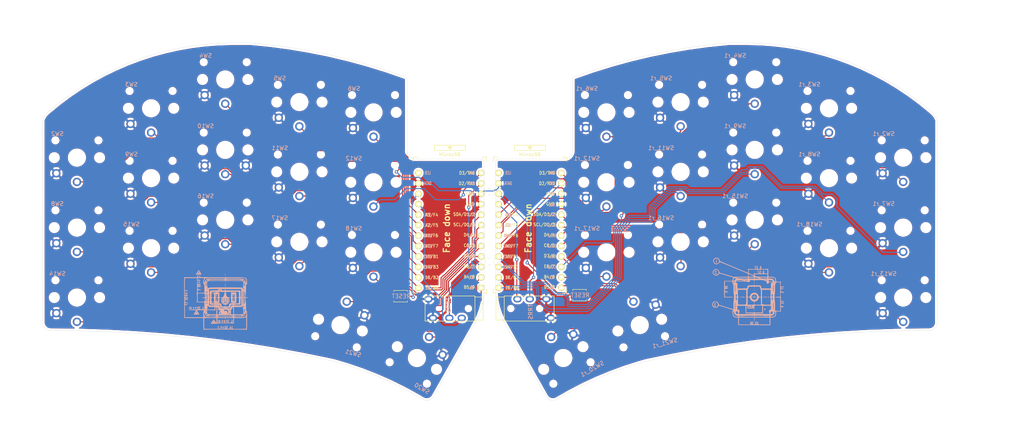
<source format=kicad_pcb>
(kicad_pcb (version 20171130) (host pcbnew "(5.1.10-1-10_14)")
  (layers (0 F.Cu signal) (31 B.Cu signal) (34 B.Paste user) (35 F.Paste user) (36 B.SilkS user) (37 F.SilkS user) (38 B.Mask user) (39 F.Mask user) (44 Edge.Cuts user))
  (net 0 "")
  (net 1 gnd)
  (net 2 vcc)
  (net 3 Switch18)
  (net 4 reset)
  (net 5 Switch1)
  (net 6 Switch2)
  (net 7 Switch3)
  (net 8 Switch4)
  (net 9 Switch5)
  (net 10 Switch6)
  (net 11 Switch7)
  (net 12 Switch8)
  (net 13 Switch9)
  (net 14 Switch10)
  (net 15 Switch11)
  (net 16 Switch12)
  (net 17 Switch13)
  (net 18 Switch14)
  (net 19 Switch15)
  (net 20 Switch16)
  (net 21 Switch17)
  (net 22 raw)
  (net 23 Switch18_r)
  (net 24 reset_r)
  (net 25 Switch9_r)
  (net 26 Switch10_r)
  (net 27 Switch11_r)
  (net 28 Switch12_r)
  (net 29 Switch13_r)
  (net 30 Switch14_r)
  (net 31 Switch15_r)
  (net 32 Switch16_r)
  (net 33 Switch17_r)
  (net 34 Switch1_r)
  (net 35 Switch2_r)
  (net 36 Switch3_r)
  (net 37 Switch4_r)
  (net 38 Switch5_r)
  (net 39 Switch6_r)
  (net 40 Switch7_r)
  (net 41 Switch8_r)
  (module silkscreens:pg1232_top (layer B.Cu) (at 57.97 75.26 180)
    (fp_text reference REF** hide)
    (fp_text value silk_pg2132_top hide)
  )
  (module silkscreens:pg1232_bottom (layer B.Cu) (at 186.4 74.99 180)
    (fp_text reference REF** hide)
    (fp_text value silk_pg1232_bottom hide)
  )
  (module kbd:ProMicro_v3 (layer F.Cu) (at 131.98 59.182)
    (fp_text reference U2 hide)
    (fp_text value ProMicro-kbd hide)
    (fp_text user ROW1 (at -5.28 3.302) (layer B.SilkS) (effects (font (size 0.75 0.5) (thickness 0.125)) (justify mirror)))
    (fp_text user COL4 (at 5.32 5.842) (layer B.SilkS) (effects (font (size 0.75 0.5) (thickness 0.125)) (justify mirror)))
    (fp_text user ROW2 (at -5.28 5.842) (layer B.SilkS) (effects (font (size 0.75 0.5) (thickness 0.125)) (justify mirror)))
    (fp_text user COL5 (at 5.32 8.382) (layer B.SilkS) (effects (font (size 0.75 0.5) (thickness 0.125)) (justify mirror)))
    (fp_text user ROW3 (at -5.28 8.382) (layer B.SilkS) (effects (font (size 0.75 0.5) (thickness 0.125)) (justify mirror)))
    (fp_text user B2 (at 5.32 10.922) (layer B.SilkS) (effects (font (size 0.75 0.5) (thickness 0.125)) (justify mirror)))
    (fp_text user B4 (at -5.28 10.922) (layer B.SilkS) (effects (font (size 0.75 0.5) (thickness 0.125)) (justify mirror)))
    (fp_text user B5 (at -5.28 13.462) (layer B.SilkS) (effects (font (size 0.75 0.5) (thickness 0.125)) (justify mirror)))
    (fp_text user B6 (at 5.32 13.462) (layer B.SilkS) (effects (font (size 0.75 0.5) (thickness 0.125)) (justify mirror)))
    (fp_text user COL0 (at 5.32 -4.318) (layer B.SilkS) (effects (font (size 0.75 0.5) (thickness 0.125)) (justify mirror)))
    (fp_text user SDA (at -5.28 -4.318) (layer B.SilkS) (effects (font (size 0.75 0.5) (thickness 0.125)) (justify mirror)))
    (fp_text user COL1 (at 5.32 -1.778) (layer B.SilkS) (effects (font (size 0.75 0.5) (thickness 0.125)) (justify mirror)))
    (fp_text user SCL (at -5.38 -1.778) (layer B.SilkS) (effects (font (size 0.75 0.5) (thickness 0.125)) (justify mirror)))
    (fp_text user COL2 (at 5.32 0.762) (layer B.SilkS) (effects (font (size 0.75 0.5) (thickness 0.125)) (justify mirror)))
    (fp_text user ROW0 (at -5.28 0.762) (layer B.SilkS) (effects (font (size 0.75 0.5) (thickness 0.125)) (justify mirror)))
    (fp_text user COL3 (at 5.32 3.302) (layer B.SilkS) (effects (font (size 0.75 0.5) (thickness 0.125)) (justify mirror)))
    (fp_text user DATA (at -5.28 -11.938) (layer B.SilkS) (effects (font (size 0.75 0.5) (thickness 0.125)) (justify mirror)))
    (fp_text user LED (at -5.28 -14.478) (layer B.SilkS) (effects (font (size 0.75 0.5) (thickness 0.125)) (justify mirror)))
    (fp_text user "" (at -1.2065 -16.256) (layer B.SilkS) (effects (justify mirror)))
    (fp_text user "" (at -0.5 -17.25) (layer F.SilkS))
    (fp_text user RAW (at 5.32 -14.478 unlocked) (layer B.SilkS) (effects (font (size 0.75 0.5) (thickness 0.125)) (justify mirror)))
    (fp_text user GND (at 5.32 -11.938 unlocked) (layer B.SilkS) (effects (font (size 0.75 0.5) (thickness 0.125)) (justify mirror)))
    (fp_text user RST (at 5.32 -9.398 unlocked) (layer B.SilkS) (effects (font (size 0.75 0.5) (thickness 0.125)) (justify mirror)))
    (fp_text user VCC (at 5.32 -6.682 unlocked) (layer B.SilkS) (effects (font (size 0.75 0.5) (thickness 0.125)) (justify mirror)))
    (fp_text user A3/F4 (at -4.395 -4.25 unlocked) (layer F.SilkS) (effects (font (size 0.75 0.67) (thickness 0.125))))
    (fp_text user A2/F5 (at -4.395 -1.75 unlocked) (layer F.SilkS) (effects (font (size 0.75 0.67) (thickness 0.125))))
    (fp_text user A1/F6 (at -4.395 0.75 unlocked) (layer F.SilkS) (effects (font (size 0.75 0.67) (thickness 0.125))))
    (fp_text user A0/F7 (at -4.395 3.3 unlocked) (layer F.SilkS) (effects (font (size 0.75 0.67) (thickness 0.125))))
    (fp_text user 15/B1 (at -4.395 5.85 unlocked) (layer F.SilkS) (effects (font (size 0.75 0.67) (thickness 0.125))))
    (fp_text user 14/B3 (at -4.395 8.4 unlocked) (layer F.SilkS) (effects (font (size 0.75 0.67) (thickness 0.125))))
    (fp_text user 10/B6 (at -4.395 13.45 unlocked) (layer F.SilkS) (effects (font (size 0.75 0.67) (thickness 0.125))))
    (fp_text user 16/B2 (at -4.395 10.95 unlocked) (layer F.SilkS) (effects (font (size 0.75 0.67) (thickness 0.125))))
    (fp_text user E6/7 (at 4.705 8.25 unlocked) (layer F.SilkS) (effects (font (size 0.75 0.67) (thickness 0.125))))
    (fp_text user D7/6 (at 4.705 5.7 unlocked) (layer F.SilkS) (effects (font (size 0.75 0.67) (thickness 0.125))))
    (fp_text user GND (at 4.955 -9.35 unlocked) (layer F.SilkS) (effects (font (size 0.75 0.67) (thickness 0.125))))
    (fp_text user GND (at 4.955 -6.9 unlocked) (layer F.SilkS) (effects (font (size 0.75 0.67) (thickness 0.125))))
    (fp_text user D3/TX0 (at 4.155 -14.45 unlocked) (layer F.SilkS) (effects (font (size 0.75 0.67) (thickness 0.125))))
    (fp_text user D4/4 (at 4.705 0.6 unlocked) (layer F.SilkS) (effects (font (size 0.75 0.67) (thickness 0.125))))
    (fp_text user SDA/D1/2 (at 3.455 -4.4 unlocked) (layer F.SilkS) (effects (font (size 0.75 0.67) (thickness 0.125))))
    (fp_text user SCL/D0/3 (at 3.455 -1.9 unlocked) (layer F.SilkS) (effects (font (size 0.75 0.67) (thickness 0.125))))
    (fp_text user C6/5 (at 4.705 3.15 unlocked) (layer F.SilkS) (effects (font (size 0.75 0.67) (thickness 0.125))))
    (fp_text user B5/9 (at 4.705 13.3 unlocked) (layer F.SilkS) (effects (font (size 0.75 0.67) (thickness 0.125))))
    (fp_text user D2/RX1 (at 4.155 -11.9 unlocked) (layer F.SilkS) (effects (font (size 0.75 0.67) (thickness 0.125))))
    (fp_text user B4/8 (at 4.705 10.8 unlocked) (layer F.SilkS) (effects (font (size 0.75 0.67) (thickness 0.125))))
    (fp_text user MicroUSB (at -0.05 -18.95) (layer F.SilkS) (effects (font (size 0.75 0.75) (thickness 0.12))))
    (pad 24 thru_hole circle (at -7.6086 -14.478) (size 1.524 1.524) (drill 0.8128) (layers *.Cu F.SilkS B.Mask) (net 22 raw))
    (pad 23 thru_hole circle (at -7.6086 -11.938) (size 1.524 1.524) (drill 0.8128) (layers *.Cu F.SilkS B.Mask) (net 1 gnd))
    (pad 22 thru_hole circle (at -7.6086 -9.398) (size 1.524 1.524) (drill 0.8128) (layers *.Cu F.SilkS B.Mask) (net 24 reset_r))
    (pad 21 thru_hole circle (at -7.6086 -6.858) (size 1.524 1.524) (drill 0.8128) (layers *.Cu F.SilkS B.Mask) (net 2 vcc))
    (pad 20 thru_hole circle (at -7.6086 -4.318) (size 1.524 1.524) (drill 0.8128) (layers *.Cu F.SilkS B.Mask) (net 38 Switch5_r))
    (pad 19 thru_hole circle (at -7.6086 -1.778) (size 1.524 1.524) (drill 0.8128) (layers *.Cu F.SilkS B.Mask) (net 37 Switch4_r))
    (pad 18 thru_hole circle (at -7.6086 0.762) (size 1.524 1.524) (drill 0.8128) (layers *.Cu F.SilkS B.Mask) (net 36 Switch3_r))
    (pad 17 thru_hole circle (at -7.6086 3.302) (size 1.524 1.524) (drill 0.8128) (layers *.Cu F.SilkS B.Mask) (net 35 Switch2_r))
    (pad 16 thru_hole circle (at -7.6086 5.842) (size 1.524 1.524) (drill 0.8128) (layers *.Cu F.SilkS B.Mask) (net 39 Switch6_r))
    (pad 15 thru_hole circle (at -7.6086 8.382) (size 1.524 1.524) (drill 0.8128) (layers *.Cu F.SilkS B.Mask) (net 40 Switch7_r))
    (pad 14 thru_hole circle (at -7.6086 10.922) (size 1.524 1.524) (drill 0.8128) (layers *.Cu F.SilkS B.Mask) (net 41 Switch8_r))
    (pad 13 thru_hole circle (at -7.6086 13.462) (size 1.524 1.524) (drill 0.8128) (layers *.Cu F.SilkS B.Mask) (net 25 Switch9_r))
    (pad 12 thru_hole circle (at 7.6114 13.462) (size 1.524 1.524) (drill 0.8128) (layers *.Cu F.SilkS B.Mask) (net 33 Switch17_r))
    (pad 11 thru_hole circle (at 7.6114 10.922) (size 1.524 1.524) (drill 0.8128) (layers *.Cu F.SilkS B.Mask) (net 32 Switch16_r))
    (pad 10 thru_hole circle (at 7.6114 8.382) (size 1.524 1.524) (drill 0.8128) (layers *.Cu F.SilkS B.Mask) (net 34 Switch1_r))
    (pad 9 thru_hole circle (at 7.6114 5.842) (size 1.524 1.524) (drill 0.8128) (layers *.Cu F.SilkS B.Mask) (net 31 Switch15_r))
    (pad 8 thru_hole circle (at 7.6114 3.302) (size 1.524 1.524) (drill 0.8128) (layers *.Cu F.SilkS B.Mask) (net 30 Switch14_r))
    (pad 7 thru_hole circle (at 7.6114 0.762) (size 1.524 1.524) (drill 0.8128) (layers *.Cu F.SilkS B.Mask) (net 29 Switch13_r))
    (pad 6 thru_hole circle (at 7.6114 -1.778) (size 1.524 1.524) (drill 0.8128) (layers *.Cu F.SilkS B.Mask) (net 28 Switch12_r))
    (pad 5 thru_hole circle (at 7.6114 -4.318) (size 1.524 1.524) (drill 0.8128) (layers *.Cu F.SilkS B.Mask) (net 27 Switch11_r))
    (pad 4 thru_hole circle (at 7.6114 -6.858) (size 1.524 1.524) (drill 0.8128) (layers *.Cu F.SilkS B.Mask) (net 1 gnd))
    (pad 3 thru_hole circle (at 7.6114 -9.398) (size 1.524 1.524) (drill 0.8128) (layers *.Cu F.SilkS B.Mask) (net 1 gnd))
    (pad 2 thru_hole circle (at 7.6114 -11.938) (size 1.524 1.524) (drill 0.8128) (layers *.Cu F.SilkS B.Mask) (net 23 Switch18_r))
    (pad 1 thru_hole circle (at 7.6114 -14.478) (size 1.524 1.524) (drill 0.8128) (layers *.Cu F.SilkS B.Mask) (net 26 Switch10_r))
  )
  (module kbd:ProMicro_v3 (layer F.Cu) (at 112.522 59.182)
    (fp_text reference U1 hide)
    (fp_text value ProMicro-kbd hide)
    (fp_text user ROW1 (at -5.322 3.302) (layer B.SilkS) (effects (font (size 0.75 0.5) (thickness 0.125)) (justify mirror)))
    (fp_text user COL4 (at 5.278 5.842) (layer B.SilkS) (effects (font (size 0.75 0.5) (thickness 0.125)) (justify mirror)))
    (fp_text user ROW2 (at -5.322 5.842) (layer B.SilkS) (effects (font (size 0.75 0.5) (thickness 0.125)) (justify mirror)))
    (fp_text user COL5 (at 5.278 8.382) (layer B.SilkS) (effects (font (size 0.75 0.5) (thickness 0.125)) (justify mirror)))
    (fp_text user ROW3 (at -5.322 8.382) (layer B.SilkS) (effects (font (size 0.75 0.5) (thickness 0.125)) (justify mirror)))
    (fp_text user B2 (at 5.278 10.922) (layer B.SilkS) (effects (font (size 0.75 0.5) (thickness 0.125)) (justify mirror)))
    (fp_text user B4 (at -5.322 10.922) (layer B.SilkS) (effects (font (size 0.75 0.5) (thickness 0.125)) (justify mirror)))
    (fp_text user B5 (at -5.322 13.462) (layer B.SilkS) (effects (font (size 0.75 0.5) (thickness 0.125)) (justify mirror)))
    (fp_text user B6 (at 5.278 13.462) (layer B.SilkS) (effects (font (size 0.75 0.5) (thickness 0.125)) (justify mirror)))
    (fp_text user COL0 (at 5.278 -4.318) (layer B.SilkS) (effects (font (size 0.75 0.5) (thickness 0.125)) (justify mirror)))
    (fp_text user SDA (at -5.322 -4.318) (layer B.SilkS) (effects (font (size 0.75 0.5) (thickness 0.125)) (justify mirror)))
    (fp_text user COL1 (at 5.278 -1.778) (layer B.SilkS) (effects (font (size 0.75 0.5) (thickness 0.125)) (justify mirror)))
    (fp_text user SCL (at -5.322 -1.778) (layer B.SilkS) (effects (font (size 0.75 0.5) (thickness 0.125)) (justify mirror)))
    (fp_text user COL2 (at 5.278 0.762) (layer B.SilkS) (effects (font (size 0.75 0.5) (thickness 0.125)) (justify mirror)))
    (fp_text user ROW0 (at -5.322 0.762) (layer B.SilkS) (effects (font (size 0.75 0.5) (thickness 0.125)) (justify mirror)))
    (fp_text user COL3 (at 5.278 3.302) (layer B.SilkS) (effects (font (size 0.75 0.5) (thickness 0.125)) (justify mirror)))
    (fp_text user DATA (at -5.322 -11.938) (layer B.SilkS) (effects (font (size 0.75 0.5) (thickness 0.125)) (justify mirror)))
    (fp_text user LED (at -5.322 -14.478) (layer B.SilkS) (effects (font (size 0.75 0.5) (thickness 0.125)) (justify mirror)))
    (fp_text user "" (at -1.2065 -16.256) (layer B.SilkS) (effects (justify mirror)))
    (fp_text user "" (at -0.5 -17.25) (layer F.SilkS))
    (fp_text user RAW (at 5.278 -14.478 unlocked) (layer B.SilkS) (effects (font (size 0.75 0.5) (thickness 0.125)) (justify mirror)))
    (fp_text user GND (at 5.278 -11.938 unlocked) (layer B.SilkS) (effects (font (size 0.75 0.5) (thickness 0.125)) (justify mirror)))
    (fp_text user RST (at 5.278 -9.398 unlocked) (layer B.SilkS) (effects (font (size 0.75 0.5) (thickness 0.125)) (justify mirror)))
    (fp_text user VCC (at 5.278 -6.682 unlocked) (layer B.SilkS) (effects (font (size 0.75 0.5) (thickness 0.125)) (justify mirror)))
    (fp_text user A3/F4 (at -4.395 -4.25 unlocked) (layer F.SilkS) (effects (font (size 0.75 0.67) (thickness 0.125))))
    (fp_text user A2/F5 (at -4.395 -1.75 unlocked) (layer F.SilkS) (effects (font (size 0.75 0.67) (thickness 0.125))))
    (fp_text user A1/F6 (at -4.395 0.75 unlocked) (layer F.SilkS) (effects (font (size 0.75 0.67) (thickness 0.125))))
    (fp_text user A0/F7 (at -4.395 3.3 unlocked) (layer F.SilkS) (effects (font (size 0.75 0.67) (thickness 0.125))))
    (fp_text user 15/B1 (at -4.395 5.85 unlocked) (layer F.SilkS) (effects (font (size 0.75 0.67) (thickness 0.125))))
    (fp_text user 14/B3 (at -4.395 8.4 unlocked) (layer F.SilkS) (effects (font (size 0.75 0.67) (thickness 0.125))))
    (fp_text user 10/B6 (at -4.395 13.45 unlocked) (layer F.SilkS) (effects (font (size 0.75 0.67) (thickness 0.125))))
    (fp_text user 16/B2 (at -4.395 10.95 unlocked) (layer F.SilkS) (effects (font (size 0.75 0.67) (thickness 0.125))))
    (fp_text user E6/7 (at 4.705 8.25 unlocked) (layer F.SilkS) (effects (font (size 0.75 0.67) (thickness 0.125))))
    (fp_text user D7/6 (at 4.705 5.7 unlocked) (layer F.SilkS) (effects (font (size 0.75 0.67) (thickness 0.125))))
    (fp_text user GND (at 4.955 -9.35 unlocked) (layer F.SilkS) (effects (font (size 0.75 0.67) (thickness 0.125))))
    (fp_text user GND (at 4.955 -6.9 unlocked) (layer F.SilkS) (effects (font (size 0.75 0.67) (thickness 0.125))))
    (fp_text user D3/TX0 (at 4.155 -14.45 unlocked) (layer F.SilkS) (effects (font (size 0.75 0.67) (thickness 0.125))))
    (fp_text user D4/4 (at 4.705 0.6 unlocked) (layer F.SilkS) (effects (font (size 0.75 0.67) (thickness 0.125))))
    (fp_text user SDA/D1/2 (at 3.455 -4.4 unlocked) (layer F.SilkS) (effects (font (size 0.75 0.67) (thickness 0.125))))
    (fp_text user SCL/D0/3 (at 3.455 -1.9 unlocked) (layer F.SilkS) (effects (font (size 0.75 0.67) (thickness 0.125))))
    (fp_text user C6/5 (at 4.705 3.15 unlocked) (layer F.SilkS) (effects (font (size 0.75 0.67) (thickness 0.125))))
    (fp_text user B5/9 (at 4.705 13.3 unlocked) (layer F.SilkS) (effects (font (size 0.75 0.67) (thickness 0.125))))
    (fp_text user D2/RX1 (at 4.155 -11.9 unlocked) (layer F.SilkS) (effects (font (size 0.75 0.67) (thickness 0.125))))
    (fp_text user B4/8 (at 4.705 10.8 unlocked) (layer F.SilkS) (effects (font (size 0.75 0.67) (thickness 0.125))))
    (fp_text user MicroUSB (at -0.05 -18.95) (layer F.SilkS) (effects (font (size 0.75 0.75) (thickness 0.12))))
    (pad 24 thru_hole circle (at -7.6086 -14.478) (size 1.524 1.524) (drill 0.8128) (layers *.Cu F.SilkS B.Mask) (net 22 raw))
    (pad 23 thru_hole circle (at -7.6086 -11.938) (size 1.524 1.524) (drill 0.8128) (layers *.Cu F.SilkS B.Mask) (net 1 gnd))
    (pad 22 thru_hole circle (at -7.6086 -9.398) (size 1.524 1.524) (drill 0.8128) (layers *.Cu F.SilkS B.Mask) (net 4 reset))
    (pad 21 thru_hole circle (at -7.6086 -6.858) (size 1.524 1.524) (drill 0.8128) (layers *.Cu F.SilkS B.Mask) (net 2 vcc))
    (pad 20 thru_hole circle (at -7.6086 -4.318) (size 1.524 1.524) (drill 0.8128) (layers *.Cu F.SilkS B.Mask) (net 9 Switch5))
    (pad 19 thru_hole circle (at -7.6086 -1.778) (size 1.524 1.524) (drill 0.8128) (layers *.Cu F.SilkS B.Mask) (net 8 Switch4))
    (pad 18 thru_hole circle (at -7.6086 0.762) (size 1.524 1.524) (drill 0.8128) (layers *.Cu F.SilkS B.Mask) (net 7 Switch3))
    (pad 17 thru_hole circle (at -7.6086 3.302) (size 1.524 1.524) (drill 0.8128) (layers *.Cu F.SilkS B.Mask) (net 6 Switch2))
    (pad 16 thru_hole circle (at -7.6086 5.842) (size 1.524 1.524) (drill 0.8128) (layers *.Cu F.SilkS B.Mask) (net 10 Switch6))
    (pad 15 thru_hole circle (at -7.6086 8.382) (size 1.524 1.524) (drill 0.8128) (layers *.Cu F.SilkS B.Mask) (net 11 Switch7))
    (pad 14 thru_hole circle (at -7.6086 10.922) (size 1.524 1.524) (drill 0.8128) (layers *.Cu F.SilkS B.Mask) (net 12 Switch8))
    (pad 13 thru_hole circle (at -7.6086 13.462) (size 1.524 1.524) (drill 0.8128) (layers *.Cu F.SilkS B.Mask) (net 13 Switch9))
    (pad 12 thru_hole circle (at 7.6114 13.462) (size 1.524 1.524) (drill 0.8128) (layers *.Cu F.SilkS B.Mask) (net 21 Switch17))
    (pad 11 thru_hole circle (at 7.6114 10.922) (size 1.524 1.524) (drill 0.8128) (layers *.Cu F.SilkS B.Mask) (net 20 Switch16))
    (pad 10 thru_hole circle (at 7.6114 8.382) (size 1.524 1.524) (drill 0.8128) (layers *.Cu F.SilkS B.Mask) (net 5 Switch1))
    (pad 9 thru_hole circle (at 7.6114 5.842) (size 1.524 1.524) (drill 0.8128) (layers *.Cu F.SilkS B.Mask) (net 19 Switch15))
    (pad 8 thru_hole circle (at 7.6114 3.302) (size 1.524 1.524) (drill 0.8128) (layers *.Cu F.SilkS B.Mask) (net 18 Switch14))
    (pad 7 thru_hole circle (at 7.6114 0.762) (size 1.524 1.524) (drill 0.8128) (layers *.Cu F.SilkS B.Mask) (net 17 Switch13))
    (pad 6 thru_hole circle (at 7.6114 -1.778) (size 1.524 1.524) (drill 0.8128) (layers *.Cu F.SilkS B.Mask) (net 16 Switch12))
    (pad 5 thru_hole circle (at 7.6114 -4.318) (size 1.524 1.524) (drill 0.8128) (layers *.Cu F.SilkS B.Mask) (net 15 Switch11))
    (pad 4 thru_hole circle (at 7.6114 -6.858) (size 1.524 1.524) (drill 0.8128) (layers *.Cu F.SilkS B.Mask) (net 1 gnd))
    (pad 3 thru_hole circle (at 7.6114 -9.398) (size 1.524 1.524) (drill 0.8128) (layers *.Cu F.SilkS B.Mask) (net 1 gnd))
    (pad 2 thru_hole circle (at 7.6114 -11.938) (size 1.524 1.524) (drill 0.8128) (layers *.Cu F.SilkS B.Mask) (net 3 Switch18))
    (pad 1 thru_hole circle (at 7.6114 -14.478) (size 1.524 1.524) (drill 0.8128) (layers *.Cu F.SilkS B.Mask) (net 14 Switch10))
  )
  (module Kailh:TRRS-PJ-320A (layer F.Cu) (at 125.73 77.67 90)
    (fp_text reference J1)
    (fp_text value AudioJack4dpb hide)
    (fp_text user TRRS (at -0.8255 6.4135 90) (layer B.SilkS) (effects (justify mirror)))
    (pad R1 thru_hole oval (at 2.3 6.2 90) (size 1.6 2) (drill oval 0.9 1.3) (layers *.Cu *.Mask) (net 23 Switch18_r))
    (pad "" np_thru_hole circle (at 0 1.6 90) (size 0.8 0.8) (drill 0.8) (layers *.Cu *.Mask))
    (pad "" np_thru_hole circle (at 0 8.6 90) (size 0.8 0.8) (drill 0.8) (layers *.Cu *.Mask))
    (pad R2 thru_hole oval (at 2.3 3.2 90) (size 1.6 2) (drill oval 0.9 1.3) (layers *.Cu *.Mask) (net 2 vcc))
    (pad T thru_hole oval (at 2.3 10.2 90) (size 1.6 2) (drill oval 0.9 1.3) (layers *.Cu *.Mask) (net 1 gnd))
    (pad S thru_hole oval (at -2.3 11.3 90) (size 1.6 2) (drill oval 0.9 1.3) (layers *.Cu *.Mask) (net 1 gnd))
  )
  (module Kailh:TRRS-PJ-320A (layer F.Cu) (at 118.618 77.67 270)
    (fp_text reference J2)
    (fp_text value AudioJack4dpb hide)
    (fp_text user TRRS (at -0.8255 6.4135 90) (layer B.SilkS) (effects (justify mirror)))
    (pad R1 thru_hole oval (at 2.3 6.2 270) (size 1.6 2) (drill oval 0.9 1.3) (layers *.Cu *.Mask) (net 3 Switch18))
    (pad "" np_thru_hole circle (at 0 1.6 270) (size 0.8 0.8) (drill 0.8) (layers *.Cu *.Mask))
    (pad "" np_thru_hole circle (at 0 8.6 270) (size 0.8 0.8) (drill 0.8) (layers *.Cu *.Mask))
    (pad R2 thru_hole oval (at 2.3 3.2 270) (size 1.6 2) (drill oval 0.9 1.3) (layers *.Cu *.Mask) (net 2 vcc))
    (pad T thru_hole oval (at 2.3 10.2 270) (size 1.6 2) (drill oval 0.9 1.3) (layers *.Cu *.Mask) (net 1 gnd))
    (pad S thru_hole oval (at -2.3 11.3 270) (size 1.6 2) (drill oval 0.9 1.3) (layers *.Cu *.Mask) (net 1 gnd))
  )
  (module Kailh:SW_PG1350_nonrev_DPB (layer F.Cu) (at 22 41)
    (fp_text reference SW2 hide)
    (fp_text value SW_Push hide)
    (fp_text user %R (at -4.76 -5.8) (layer B.SilkS) (effects (justify mirror)))
    (pad "" np_thru_hole circle (at -5.22 -4.2) (size 0.9906 0.9906) (drill 0.9906) (layers *.Cu *.Mask))
    (pad "" np_thru_hole circle (at 0 0) (size 3.429 3.429) (drill 3.429) (layers *.Cu *.Mask))
    (pad 2 thru_hole circle (at -5 3.8) (size 2.032 2.032) (drill 1.27) (layers *.Cu *.Mask) (net 1 gnd))
    (pad 1 thru_hole circle (at 0 5.9) (size 2.032 2.032) (drill 1.27) (layers *.Cu *.Mask) (net 5 Switch1))
    (pad "" np_thru_hole circle (at 5.22 -4.2) (size 0.9906 0.9906) (drill 0.9906) (layers *.Cu *.Mask))
    (pad "" np_thru_hole circle (at 5.5 0) (size 1.7018 1.7018) (drill 1.7018) (layers *.Cu *.Mask))
    (pad "" np_thru_hole circle (at -5.5 0) (size 1.7018 1.7018) (drill 1.7018) (layers *.Cu *.Mask))
  )
  (module Kailh:SW_PG1350_nonrev_DPB (layer F.Cu) (at 40 29)
    (fp_text reference SW3 hide)
    (fp_text value SW_Push hide)
    (fp_text user %R (at -4.76 -5.8) (layer B.SilkS) (effects (justify mirror)))
    (pad "" np_thru_hole circle (at -5.22 -4.2) (size 0.9906 0.9906) (drill 0.9906) (layers *.Cu *.Mask))
    (pad "" np_thru_hole circle (at 0 0) (size 3.429 3.429) (drill 3.429) (layers *.Cu *.Mask))
    (pad 2 thru_hole circle (at -5 3.8) (size 2.032 2.032) (drill 1.27) (layers *.Cu *.Mask) (net 1 gnd))
    (pad 1 thru_hole circle (at 0 5.9) (size 2.032 2.032) (drill 1.27) (layers *.Cu *.Mask) (net 6 Switch2))
    (pad "" np_thru_hole circle (at 5.22 -4.2) (size 0.9906 0.9906) (drill 0.9906) (layers *.Cu *.Mask))
    (pad "" np_thru_hole circle (at 5.5 0) (size 1.7018 1.7018) (drill 1.7018) (layers *.Cu *.Mask))
    (pad "" np_thru_hole circle (at -5.5 0) (size 1.7018 1.7018) (drill 1.7018) (layers *.Cu *.Mask))
  )
  (module Kailh:SW_PG1350_nonrev_DPB (layer F.Cu) (at 58 22)
    (fp_text reference SW4 hide)
    (fp_text value SW_Push hide)
    (fp_text user %R (at -4.76 -5.8) (layer B.SilkS) (effects (justify mirror)))
    (pad "" np_thru_hole circle (at -5.22 -4.2) (size 0.9906 0.9906) (drill 0.9906) (layers *.Cu *.Mask))
    (pad "" np_thru_hole circle (at 0 0) (size 3.429 3.429) (drill 3.429) (layers *.Cu *.Mask))
    (pad 2 thru_hole circle (at -5 3.8) (size 2.032 2.032) (drill 1.27) (layers *.Cu *.Mask) (net 1 gnd))
    (pad 1 thru_hole circle (at 0 5.9) (size 2.032 2.032) (drill 1.27) (layers *.Cu *.Mask) (net 7 Switch3))
    (pad "" np_thru_hole circle (at 5.22 -4.2) (size 0.9906 0.9906) (drill 0.9906) (layers *.Cu *.Mask))
    (pad "" np_thru_hole circle (at 5.5 0) (size 1.7018 1.7018) (drill 1.7018) (layers *.Cu *.Mask))
    (pad "" np_thru_hole circle (at -5.5 0) (size 1.7018 1.7018) (drill 1.7018) (layers *.Cu *.Mask))
  )
  (module Kailh:SW_PG1350_nonrev_DPB (layer F.Cu) (at 76 27.5)
    (fp_text reference SW5 hide)
    (fp_text value SW_Push hide)
    (fp_text user %R (at -4.76 -5.8) (layer B.SilkS) (effects (justify mirror)))
    (pad "" np_thru_hole circle (at -5.22 -4.2) (size 0.9906 0.9906) (drill 0.9906) (layers *.Cu *.Mask))
    (pad "" np_thru_hole circle (at 0 0) (size 3.429 3.429) (drill 3.429) (layers *.Cu *.Mask))
    (pad 2 thru_hole circle (at -5 3.8) (size 2.032 2.032) (drill 1.27) (layers *.Cu *.Mask) (net 1 gnd))
    (pad 1 thru_hole circle (at 0 5.9) (size 2.032 2.032) (drill 1.27) (layers *.Cu *.Mask) (net 8 Switch4))
    (pad "" np_thru_hole circle (at 5.22 -4.2) (size 0.9906 0.9906) (drill 0.9906) (layers *.Cu *.Mask))
    (pad "" np_thru_hole circle (at 5.5 0) (size 1.7018 1.7018) (drill 1.7018) (layers *.Cu *.Mask))
    (pad "" np_thru_hole circle (at -5.5 0) (size 1.7018 1.7018) (drill 1.7018) (layers *.Cu *.Mask))
  )
  (module Kailh:SW_PG1350_nonrev_DPB (layer F.Cu) (at 94 30)
    (fp_text reference SW6 hide)
    (fp_text value SW_Push hide)
    (fp_text user %R (at -4.76 -5.8) (layer B.SilkS) (effects (justify mirror)))
    (pad "" np_thru_hole circle (at -5.22 -4.2) (size 0.9906 0.9906) (drill 0.9906) (layers *.Cu *.Mask))
    (pad "" np_thru_hole circle (at 0 0) (size 3.429 3.429) (drill 3.429) (layers *.Cu *.Mask))
    (pad 2 thru_hole circle (at -5 3.8) (size 2.032 2.032) (drill 1.27) (layers *.Cu *.Mask) (net 1 gnd))
    (pad 1 thru_hole circle (at 0 5.9) (size 2.032 2.032) (drill 1.27) (layers *.Cu *.Mask) (net 9 Switch5))
    (pad "" np_thru_hole circle (at 5.22 -4.2) (size 0.9906 0.9906) (drill 0.9906) (layers *.Cu *.Mask))
    (pad "" np_thru_hole circle (at 5.5 0) (size 1.7018 1.7018) (drill 1.7018) (layers *.Cu *.Mask))
    (pad "" np_thru_hole circle (at -5.5 0) (size 1.7018 1.7018) (drill 1.7018) (layers *.Cu *.Mask))
  )
  (module Kailh:SW_PG1350_nonrev_DPB (layer F.Cu) (at 22 58)
    (fp_text reference SW8 hide)
    (fp_text value SW_Push hide)
    (fp_text user %R (at -4.76 -5.8) (layer B.SilkS) (effects (justify mirror)))
    (pad "" np_thru_hole circle (at -5.22 -4.2) (size 0.9906 0.9906) (drill 0.9906) (layers *.Cu *.Mask))
    (pad "" np_thru_hole circle (at 0 0) (size 3.429 3.429) (drill 3.429) (layers *.Cu *.Mask))
    (pad 2 thru_hole circle (at -5 3.8) (size 2.032 2.032) (drill 1.27) (layers *.Cu *.Mask) (net 1 gnd))
    (pad 1 thru_hole circle (at 0 5.9) (size 2.032 2.032) (drill 1.27) (layers *.Cu *.Mask) (net 10 Switch6))
    (pad "" np_thru_hole circle (at 5.22 -4.2) (size 0.9906 0.9906) (drill 0.9906) (layers *.Cu *.Mask))
    (pad "" np_thru_hole circle (at 5.5 0) (size 1.7018 1.7018) (drill 1.7018) (layers *.Cu *.Mask))
    (pad "" np_thru_hole circle (at -5.5 0) (size 1.7018 1.7018) (drill 1.7018) (layers *.Cu *.Mask))
  )
  (module Kailh:SW_PG1350_nonrev_DPB (layer F.Cu) (at 40 45.974)
    (fp_text reference SW9 hide)
    (fp_text value SW_Push hide)
    (fp_text user %R (at -4.76 -5.8) (layer B.SilkS) (effects (justify mirror)))
    (pad "" np_thru_hole circle (at -5.22 -4.2) (size 0.9906 0.9906) (drill 0.9906) (layers *.Cu *.Mask))
    (pad "" np_thru_hole circle (at 0 0) (size 3.429 3.429) (drill 3.429) (layers *.Cu *.Mask))
    (pad 2 thru_hole circle (at -5 3.8) (size 2.032 2.032) (drill 1.27) (layers *.Cu *.Mask) (net 1 gnd))
    (pad 1 thru_hole circle (at 0 5.9) (size 2.032 2.032) (drill 1.27) (layers *.Cu *.Mask) (net 11 Switch7))
    (pad "" np_thru_hole circle (at 5.22 -4.2) (size 0.9906 0.9906) (drill 0.9906) (layers *.Cu *.Mask))
    (pad "" np_thru_hole circle (at 5.5 0) (size 1.7018 1.7018) (drill 1.7018) (layers *.Cu *.Mask))
    (pad "" np_thru_hole circle (at -5.5 0) (size 1.7018 1.7018) (drill 1.7018) (layers *.Cu *.Mask))
  )
  (module Kailh:SW_PG1350_nonrev_DPB (layer F.Cu) (at 76 44.45)
    (fp_text reference SW11 hide)
    (fp_text value SW_Push hide)
    (fp_text user %R (at -4.76 -5.8) (layer B.SilkS) (effects (justify mirror)))
    (pad "" np_thru_hole circle (at -5.22 -4.2) (size 0.9906 0.9906) (drill 0.9906) (layers *.Cu *.Mask))
    (pad "" np_thru_hole circle (at 0 0) (size 3.429 3.429) (drill 3.429) (layers *.Cu *.Mask))
    (pad 2 thru_hole circle (at -5 3.8) (size 2.032 2.032) (drill 1.27) (layers *.Cu *.Mask) (net 1 gnd))
    (pad 1 thru_hole circle (at 0 5.9) (size 2.032 2.032) (drill 1.27) (layers *.Cu *.Mask) (net 13 Switch9))
    (pad "" np_thru_hole circle (at 5.22 -4.2) (size 0.9906 0.9906) (drill 0.9906) (layers *.Cu *.Mask))
    (pad "" np_thru_hole circle (at 5.5 0) (size 1.7018 1.7018) (drill 1.7018) (layers *.Cu *.Mask))
    (pad "" np_thru_hole circle (at -5.5 0) (size 1.7018 1.7018) (drill 1.7018) (layers *.Cu *.Mask))
  )
  (module Kailh:SW_PG1350_nonrev_DPB (layer F.Cu) (at 93.98 46.99)
    (fp_text reference SW12 hide)
    (fp_text value SW_Push hide)
    (fp_text user %R (at -4.76 -5.8) (layer B.SilkS) (effects (justify mirror)))
    (pad "" np_thru_hole circle (at -5.22 -4.2) (size 0.9906 0.9906) (drill 0.9906) (layers *.Cu *.Mask))
    (pad "" np_thru_hole circle (at 0 0) (size 3.429 3.429) (drill 3.429) (layers *.Cu *.Mask))
    (pad 2 thru_hole circle (at -5 3.8) (size 2.032 2.032) (drill 1.27) (layers *.Cu *.Mask) (net 1 gnd))
    (pad 1 thru_hole circle (at 0 5.9) (size 2.032 2.032) (drill 1.27) (layers *.Cu *.Mask) (net 14 Switch10))
    (pad "" np_thru_hole circle (at 5.22 -4.2) (size 0.9906 0.9906) (drill 0.9906) (layers *.Cu *.Mask))
    (pad "" np_thru_hole circle (at 5.5 0) (size 1.7018 1.7018) (drill 1.7018) (layers *.Cu *.Mask))
    (pad "" np_thru_hole circle (at -5.5 0) (size 1.7018 1.7018) (drill 1.7018) (layers *.Cu *.Mask))
  )
  (module Kailh:SW_PG1350_nonrev_DPB (layer F.Cu) (at 22 75)
    (fp_text reference SW14 hide)
    (fp_text value SW_Push hide)
    (fp_text user %R (at -4.76 -5.8) (layer B.SilkS) (effects (justify mirror)))
    (pad "" np_thru_hole circle (at -5.22 -4.2) (size 0.9906 0.9906) (drill 0.9906) (layers *.Cu *.Mask))
    (pad "" np_thru_hole circle (at 0 0) (size 3.429 3.429) (drill 3.429) (layers *.Cu *.Mask))
    (pad 2 thru_hole circle (at -5 3.8) (size 2.032 2.032) (drill 1.27) (layers *.Cu *.Mask) (net 1 gnd))
    (pad 1 thru_hole circle (at 0 5.9) (size 2.032 2.032) (drill 1.27) (layers *.Cu *.Mask) (net 15 Switch11))
    (pad "" np_thru_hole circle (at 5.22 -4.2) (size 0.9906 0.9906) (drill 0.9906) (layers *.Cu *.Mask))
    (pad "" np_thru_hole circle (at 5.5 0) (size 1.7018 1.7018) (drill 1.7018) (layers *.Cu *.Mask))
    (pad "" np_thru_hole circle (at -5.5 0) (size 1.7018 1.7018) (drill 1.7018) (layers *.Cu *.Mask))
  )
  (module Kailh:SW_PG1350_nonrev_DPB (layer F.Cu) (at 40 62.992)
    (fp_text reference SW15 hide)
    (fp_text value SW_Push hide)
    (fp_text user %R (at -4.76 -5.8) (layer B.SilkS) (effects (justify mirror)))
    (pad "" np_thru_hole circle (at -5.22 -4.2) (size 0.9906 0.9906) (drill 0.9906) (layers *.Cu *.Mask))
    (pad "" np_thru_hole circle (at 0 0) (size 3.429 3.429) (drill 3.429) (layers *.Cu *.Mask))
    (pad 2 thru_hole circle (at -5 3.8) (size 2.032 2.032) (drill 1.27) (layers *.Cu *.Mask) (net 1 gnd))
    (pad 1 thru_hole circle (at 0 5.9) (size 2.032 2.032) (drill 1.27) (layers *.Cu *.Mask) (net 16 Switch12))
    (pad "" np_thru_hole circle (at 5.22 -4.2) (size 0.9906 0.9906) (drill 0.9906) (layers *.Cu *.Mask))
    (pad "" np_thru_hole circle (at 5.5 0) (size 1.7018 1.7018) (drill 1.7018) (layers *.Cu *.Mask))
    (pad "" np_thru_hole circle (at -5.5 0) (size 1.7018 1.7018) (drill 1.7018) (layers *.Cu *.Mask))
  )
  (module Kailh:SW_PG1350_nonrev_DPB (layer F.Cu) (at 58 56.134)
    (fp_text reference SW16 hide)
    (fp_text value SW_Push hide)
    (fp_text user %R (at -4.76 -5.8) (layer B.SilkS) (effects (justify mirror)))
    (pad "" np_thru_hole circle (at -5.22 -4.2) (size 0.9906 0.9906) (drill 0.9906) (layers *.Cu *.Mask))
    (pad "" np_thru_hole circle (at 0 0) (size 3.429 3.429) (drill 3.429) (layers *.Cu *.Mask))
    (pad 2 thru_hole circle (at -5 3.8) (size 2.032 2.032) (drill 1.27) (layers *.Cu *.Mask) (net 1 gnd))
    (pad 1 thru_hole circle (at 0 5.9) (size 2.032 2.032) (drill 1.27) (layers *.Cu *.Mask) (net 17 Switch13))
    (pad "" np_thru_hole circle (at 5.22 -4.2) (size 0.9906 0.9906) (drill 0.9906) (layers *.Cu *.Mask))
    (pad "" np_thru_hole circle (at 5.5 0) (size 1.7018 1.7018) (drill 1.7018) (layers *.Cu *.Mask))
    (pad "" np_thru_hole circle (at -5.5 0) (size 1.7018 1.7018) (drill 1.7018) (layers *.Cu *.Mask))
  )
  (module Kailh:SW_PG1350_nonrev_DPB (layer F.Cu) (at 76 61.468)
    (fp_text reference SW17 hide)
    (fp_text value SW_Push hide)
    (fp_text user %R (at -4.76 -5.8) (layer B.SilkS) (effects (justify mirror)))
    (pad "" np_thru_hole circle (at -5.22 -4.2) (size 0.9906 0.9906) (drill 0.9906) (layers *.Cu *.Mask))
    (pad "" np_thru_hole circle (at 0 0) (size 3.429 3.429) (drill 3.429) (layers *.Cu *.Mask))
    (pad 2 thru_hole circle (at -5 3.8) (size 2.032 2.032) (drill 1.27) (layers *.Cu *.Mask) (net 1 gnd))
    (pad 1 thru_hole circle (at 0 5.9) (size 2.032 2.032) (drill 1.27) (layers *.Cu *.Mask) (net 18 Switch14))
    (pad "" np_thru_hole circle (at 5.22 -4.2) (size 0.9906 0.9906) (drill 0.9906) (layers *.Cu *.Mask))
    (pad "" np_thru_hole circle (at 5.5 0) (size 1.7018 1.7018) (drill 1.7018) (layers *.Cu *.Mask))
    (pad "" np_thru_hole circle (at -5.5 0) (size 1.7018 1.7018) (drill 1.7018) (layers *.Cu *.Mask))
  )
  (module Kailh:SW_PG1350_nonrev_DPB (layer F.Cu) (at 93.98 64.008)
    (fp_text reference SW18 hide)
    (fp_text value SW_Push hide)
    (fp_text user %R (at -4.76 -5.8) (layer B.SilkS) (effects (justify mirror)))
    (pad "" np_thru_hole circle (at -5.22 -4.2) (size 0.9906 0.9906) (drill 0.9906) (layers *.Cu *.Mask))
    (pad "" np_thru_hole circle (at 0 0) (size 3.429 3.429) (drill 3.429) (layers *.Cu *.Mask))
    (pad 2 thru_hole circle (at -5 3.8) (size 2.032 2.032) (drill 1.27) (layers *.Cu *.Mask) (net 1 gnd))
    (pad 1 thru_hole circle (at 0 5.9) (size 2.032 2.032) (drill 1.27) (layers *.Cu *.Mask) (net 19 Switch15))
    (pad "" np_thru_hole circle (at 5.22 -4.2) (size 0.9906 0.9906) (drill 0.9906) (layers *.Cu *.Mask))
    (pad "" np_thru_hole circle (at 5.5 0) (size 1.7018 1.7018) (drill 1.7018) (layers *.Cu *.Mask))
    (pad "" np_thru_hole circle (at -5.5 0) (size 1.7018 1.7018) (drill 1.7018) (layers *.Cu *.Mask))
  )
  (module Kailh:SW_PG1350_nonrev_DPB (layer F.Cu) (at 104.53 89.7 150)
    (fp_text reference SW20 hide)
    (fp_text value SW_Push hide)
    (fp_text user %R (at -4.76 -5.8 150) (layer B.SilkS) (effects (justify mirror)))
    (pad "" np_thru_hole circle (at -5.22 -4.2 150) (size 0.9906 0.9906) (drill 0.9906) (layers *.Cu *.Mask))
    (pad "" np_thru_hole circle (at 0 0 150) (size 3.429 3.429) (drill 3.429) (layers *.Cu *.Mask))
    (pad 2 thru_hole circle (at -5 3.8 150) (size 2.032 2.032) (drill 1.27) (layers *.Cu *.Mask) (net 1 gnd))
    (pad 1 thru_hole circle (at 0 5.9 150) (size 2.032 2.032) (drill 1.27) (layers *.Cu *.Mask) (net 21 Switch17))
    (pad "" np_thru_hole circle (at 5.22 -4.2 150) (size 0.9906 0.9906) (drill 0.9906) (layers *.Cu *.Mask))
    (pad "" np_thru_hole circle (at 5.5 0 150) (size 1.7018 1.7018) (drill 1.7018) (layers *.Cu *.Mask))
    (pad "" np_thru_hole circle (at -5.5 0 150) (size 1.7018 1.7018) (drill 1.7018) (layers *.Cu *.Mask))
  )
  (module Kailh:SW_PG1350_nonrev_DPB (layer F.Cu) (at 85.97 81.7 165)
    (fp_text reference SW21 hide)
    (fp_text value SW_Push hide)
    (fp_text user %R (at -4.759999 -5.8 165) (layer B.SilkS) (effects (justify mirror)))
    (pad "" np_thru_hole circle (at -5.22 -4.2 165) (size 0.9906 0.9906) (drill 0.9906) (layers *.Cu *.Mask))
    (pad "" np_thru_hole circle (at 0 0 165) (size 3.429 3.429) (drill 3.429) (layers *.Cu *.Mask))
    (pad 2 thru_hole circle (at -5 3.8 165) (size 2.032 2.032) (drill 1.27) (layers *.Cu *.Mask) (net 1 gnd))
    (pad 1 thru_hole circle (at 0 5.9 165) (size 2.032 2.032) (drill 1.27) (layers *.Cu *.Mask) (net 20 Switch16))
    (pad "" np_thru_hole circle (at 5.22 -4.2 165) (size 0.9906 0.9906) (drill 0.9906) (layers *.Cu *.Mask))
    (pad "" np_thru_hole circle (at 5.5 0 165) (size 1.7018 1.7018) (drill 1.7018) (layers *.Cu *.Mask))
    (pad "" np_thru_hole circle (at -5.5 0 165) (size 1.7018 1.7018) (drill 1.7018) (layers *.Cu *.Mask))
  )
  (module Kailh:SW_PG1350_nonrev_DPB (layer F.Cu) (at 168.554 44.45)
    (fp_text reference SW11_r1 hide)
    (fp_text value SW_Push hide)
    (fp_text user %R (at -4.76 -5.8) (layer B.SilkS) (effects (justify mirror)))
    (pad "" np_thru_hole circle (at -5.22 -4.2) (size 0.9906 0.9906) (drill 0.9906) (layers *.Cu *.Mask))
    (pad "" np_thru_hole circle (at 0 0) (size 3.429 3.429) (drill 3.429) (layers *.Cu *.Mask))
    (pad 2 thru_hole circle (at -5 3.8) (size 2.032 2.032) (drill 1.27) (layers *.Cu *.Mask) (net 1 gnd))
    (pad 1 thru_hole circle (at 0 5.9) (size 2.032 2.032) (drill 1.27) (layers *.Cu *.Mask) (net 25 Switch9_r))
    (pad "" np_thru_hole circle (at 5.22 -4.2) (size 0.9906 0.9906) (drill 0.9906) (layers *.Cu *.Mask))
    (pad "" np_thru_hole circle (at 5.5 0) (size 1.7018 1.7018) (drill 1.7018) (layers *.Cu *.Mask))
    (pad "" np_thru_hole circle (at -5.5 0) (size 1.7018 1.7018) (drill 1.7018) (layers *.Cu *.Mask))
  )
  (module Kailh:SW_PG1350_nonrev_DPB (layer F.Cu) (at 150.54 46.99)
    (fp_text reference SW12_r1 hide)
    (fp_text value SW_Push hide)
    (fp_text user %R (at -4.76 -5.8) (layer B.SilkS) (effects (justify mirror)))
    (pad "" np_thru_hole circle (at -5.22 -4.2) (size 0.9906 0.9906) (drill 0.9906) (layers *.Cu *.Mask))
    (pad "" np_thru_hole circle (at 0 0) (size 3.429 3.429) (drill 3.429) (layers *.Cu *.Mask))
    (pad 2 thru_hole circle (at -5 3.8) (size 2.032 2.032) (drill 1.27) (layers *.Cu *.Mask) (net 1 gnd))
    (pad 1 thru_hole circle (at 0 5.9) (size 2.032 2.032) (drill 1.27) (layers *.Cu *.Mask) (net 26 Switch10_r))
    (pad "" np_thru_hole circle (at 5.22 -4.2) (size 0.9906 0.9906) (drill 0.9906) (layers *.Cu *.Mask))
    (pad "" np_thru_hole circle (at 5.5 0) (size 1.7018 1.7018) (drill 1.7018) (layers *.Cu *.Mask))
    (pad "" np_thru_hole circle (at -5.5 0) (size 1.7018 1.7018) (drill 1.7018) (layers *.Cu *.Mask))
  )
  (module Kailh:SW_PG1350_nonrev_DPB (layer F.Cu) (at 222.586 75)
    (fp_text reference SW13_r1 hide)
    (fp_text value SW_Push hide)
    (fp_text user %R (at -4.76 -5.8) (layer B.SilkS) (effects (justify mirror)))
    (pad "" np_thru_hole circle (at -5.22 -4.2) (size 0.9906 0.9906) (drill 0.9906) (layers *.Cu *.Mask))
    (pad "" np_thru_hole circle (at 0 0) (size 3.429 3.429) (drill 3.429) (layers *.Cu *.Mask))
    (pad 2 thru_hole circle (at -5 3.8) (size 2.032 2.032) (drill 1.27) (layers *.Cu *.Mask) (net 1 gnd))
    (pad 1 thru_hole circle (at 0 5.9) (size 2.032 2.032) (drill 1.27) (layers *.Cu *.Mask) (net 27 Switch11_r))
    (pad "" np_thru_hole circle (at 5.22 -4.2) (size 0.9906 0.9906) (drill 0.9906) (layers *.Cu *.Mask))
    (pad "" np_thru_hole circle (at 5.5 0) (size 1.7018 1.7018) (drill 1.7018) (layers *.Cu *.Mask))
    (pad "" np_thru_hole circle (at -5.5 0) (size 1.7018 1.7018) (drill 1.7018) (layers *.Cu *.Mask))
  )
  (module Kailh:SW_PG1350_nonrev_DPB (layer F.Cu) (at 186.542 56.134)
    (fp_text reference SW15_r1 hide)
    (fp_text value SW_Push hide)
    (fp_text user %R (at -4.76 -5.8) (layer B.SilkS) (effects (justify mirror)))
    (pad "" np_thru_hole circle (at -5.22 -4.2) (size 0.9906 0.9906) (drill 0.9906) (layers *.Cu *.Mask))
    (pad "" np_thru_hole circle (at 0 0) (size 3.429 3.429) (drill 3.429) (layers *.Cu *.Mask))
    (pad 2 thru_hole circle (at -5 3.8) (size 2.032 2.032) (drill 1.27) (layers *.Cu *.Mask) (net 1 gnd))
    (pad 1 thru_hole circle (at 0 5.9) (size 2.032 2.032) (drill 1.27) (layers *.Cu *.Mask) (net 29 Switch13_r))
    (pad "" np_thru_hole circle (at 5.22 -4.2) (size 0.9906 0.9906) (drill 0.9906) (layers *.Cu *.Mask))
    (pad "" np_thru_hole circle (at 5.5 0) (size 1.7018 1.7018) (drill 1.7018) (layers *.Cu *.Mask))
    (pad "" np_thru_hole circle (at -5.5 0) (size 1.7018 1.7018) (drill 1.7018) (layers *.Cu *.Mask))
  )
  (module Kailh:SW_PG1350_nonrev_DPB (layer F.Cu) (at 168.554 61.468)
    (fp_text reference SW16_r1 hide)
    (fp_text value SW_Push hide)
    (fp_text user %R (at -4.76 -5.8) (layer B.SilkS) (effects (justify mirror)))
    (pad "" np_thru_hole circle (at -5.22 -4.2) (size 0.9906 0.9906) (drill 0.9906) (layers *.Cu *.Mask))
    (pad "" np_thru_hole circle (at 0 0) (size 3.429 3.429) (drill 3.429) (layers *.Cu *.Mask))
    (pad 2 thru_hole circle (at -5 3.8) (size 2.032 2.032) (drill 1.27) (layers *.Cu *.Mask) (net 1 gnd))
    (pad 1 thru_hole circle (at 0 5.9) (size 2.032 2.032) (drill 1.27) (layers *.Cu *.Mask) (net 30 Switch14_r))
    (pad "" np_thru_hole circle (at 5.22 -4.2) (size 0.9906 0.9906) (drill 0.9906) (layers *.Cu *.Mask))
    (pad "" np_thru_hole circle (at 5.5 0) (size 1.7018 1.7018) (drill 1.7018) (layers *.Cu *.Mask))
    (pad "" np_thru_hole circle (at -5.5 0) (size 1.7018 1.7018) (drill 1.7018) (layers *.Cu *.Mask))
  )
  (module Kailh:SW_PG1350_nonrev_DPB (layer F.Cu) (at 150.54 64.008)
    (fp_text reference SW17_r1 hide)
    (fp_text value SW_Push hide)
    (fp_text user %R (at -4.76 -5.8) (layer B.SilkS) (effects (justify mirror)))
    (pad "" np_thru_hole circle (at -5.22 -4.2) (size 0.9906 0.9906) (drill 0.9906) (layers *.Cu *.Mask))
    (pad "" np_thru_hole circle (at 0 0) (size 3.429 3.429) (drill 3.429) (layers *.Cu *.Mask))
    (pad 2 thru_hole circle (at -5 3.8) (size 2.032 2.032) (drill 1.27) (layers *.Cu *.Mask) (net 1 gnd))
    (pad 1 thru_hole circle (at 0 5.9) (size 2.032 2.032) (drill 1.27) (layers *.Cu *.Mask) (net 31 Switch15_r))
    (pad "" np_thru_hole circle (at 5.22 -4.2) (size 0.9906 0.9906) (drill 0.9906) (layers *.Cu *.Mask))
    (pad "" np_thru_hole circle (at 5.5 0) (size 1.7018 1.7018) (drill 1.7018) (layers *.Cu *.Mask))
    (pad "" np_thru_hole circle (at -5.5 0) (size 1.7018 1.7018) (drill 1.7018) (layers *.Cu *.Mask))
  )
  (module Kailh:SW_PG1350_nonrev_DPB (layer F.Cu) (at 204.568 62.992)
    (fp_text reference SW18_r1 hide)
    (fp_text value SW_Push hide)
    (fp_text user %R (at -4.76 -5.8) (layer B.SilkS) (effects (justify mirror)))
    (pad "" np_thru_hole circle (at -5.22 -4.2) (size 0.9906 0.9906) (drill 0.9906) (layers *.Cu *.Mask))
    (pad "" np_thru_hole circle (at 0 0) (size 3.429 3.429) (drill 3.429) (layers *.Cu *.Mask))
    (pad 2 thru_hole circle (at -5 3.8) (size 2.032 2.032) (drill 1.27) (layers *.Cu *.Mask) (net 1 gnd))
    (pad 1 thru_hole circle (at 0 5.9) (size 2.032 2.032) (drill 1.27) (layers *.Cu *.Mask) (net 28 Switch12_r))
    (pad "" np_thru_hole circle (at 5.22 -4.2) (size 0.9906 0.9906) (drill 0.9906) (layers *.Cu *.Mask))
    (pad "" np_thru_hole circle (at 5.5 0) (size 1.7018 1.7018) (drill 1.7018) (layers *.Cu *.Mask))
    (pad "" np_thru_hole circle (at -5.5 0) (size 1.7018 1.7018) (drill 1.7018) (layers *.Cu *.Mask))
  )
  (module Kailh:SW_PG1350_nonrev_DPB (layer F.Cu) (at 222.586 41)
    (fp_text reference SW2_r1 hide)
    (fp_text value SW_Push hide)
    (fp_text user %R (at -4.76 -5.8) (layer B.SilkS) (effects (justify mirror)))
    (pad "" np_thru_hole circle (at -5.22 -4.2) (size 0.9906 0.9906) (drill 0.9906) (layers *.Cu *.Mask))
    (pad "" np_thru_hole circle (at 0 0) (size 3.429 3.429) (drill 3.429) (layers *.Cu *.Mask))
    (pad 2 thru_hole circle (at -5 3.8) (size 2.032 2.032) (drill 1.27) (layers *.Cu *.Mask) (net 1 gnd))
    (pad 1 thru_hole circle (at 0 5.9) (size 2.032 2.032) (drill 1.27) (layers *.Cu *.Mask) (net 34 Switch1_r))
    (pad "" np_thru_hole circle (at 5.22 -4.2) (size 0.9906 0.9906) (drill 0.9906) (layers *.Cu *.Mask))
    (pad "" np_thru_hole circle (at 5.5 0) (size 1.7018 1.7018) (drill 1.7018) (layers *.Cu *.Mask))
    (pad "" np_thru_hole circle (at -5.5 0) (size 1.7018 1.7018) (drill 1.7018) (layers *.Cu *.Mask))
  )
  (module Kailh:SW_PG1350_nonrev_DPB (layer F.Cu) (at 204.568 29)
    (fp_text reference SW3_r1 hide)
    (fp_text value SW_Push hide)
    (fp_text user %R (at -4.76 -5.8) (layer B.SilkS) (effects (justify mirror)))
    (pad "" np_thru_hole circle (at -5.22 -4.2) (size 0.9906 0.9906) (drill 0.9906) (layers *.Cu *.Mask))
    (pad "" np_thru_hole circle (at 0 0) (size 3.429 3.429) (drill 3.429) (layers *.Cu *.Mask))
    (pad 2 thru_hole circle (at -5 3.8) (size 2.032 2.032) (drill 1.27) (layers *.Cu *.Mask) (net 1 gnd))
    (pad 1 thru_hole circle (at 0 5.9) (size 2.032 2.032) (drill 1.27) (layers *.Cu *.Mask) (net 35 Switch2_r))
    (pad "" np_thru_hole circle (at 5.22 -4.2) (size 0.9906 0.9906) (drill 0.9906) (layers *.Cu *.Mask))
    (pad "" np_thru_hole circle (at 5.5 0) (size 1.7018 1.7018) (drill 1.7018) (layers *.Cu *.Mask))
    (pad "" np_thru_hole circle (at -5.5 0) (size 1.7018 1.7018) (drill 1.7018) (layers *.Cu *.Mask))
  )
  (module Kailh:SW_PG1350_nonrev_DPB (layer F.Cu) (at 186.542 22)
    (fp_text reference SW4_r1 hide)
    (fp_text value SW_Push hide)
    (fp_text user %R (at -4.76 -5.8) (layer B.SilkS) (effects (justify mirror)))
    (pad "" np_thru_hole circle (at -5.22 -4.2) (size 0.9906 0.9906) (drill 0.9906) (layers *.Cu *.Mask))
    (pad "" np_thru_hole circle (at 0 0) (size 3.429 3.429) (drill 3.429) (layers *.Cu *.Mask))
    (pad 2 thru_hole circle (at -5 3.8) (size 2.032 2.032) (drill 1.27) (layers *.Cu *.Mask) (net 1 gnd))
    (pad 1 thru_hole circle (at 0 5.9) (size 2.032 2.032) (drill 1.27) (layers *.Cu *.Mask) (net 36 Switch3_r))
    (pad "" np_thru_hole circle (at 5.22 -4.2) (size 0.9906 0.9906) (drill 0.9906) (layers *.Cu *.Mask))
    (pad "" np_thru_hole circle (at 5.5 0) (size 1.7018 1.7018) (drill 1.7018) (layers *.Cu *.Mask))
    (pad "" np_thru_hole circle (at -5.5 0) (size 1.7018 1.7018) (drill 1.7018) (layers *.Cu *.Mask))
  )
  (module Kailh:SW_PG1350_nonrev_DPB (layer F.Cu) (at 168.554 27.5)
    (fp_text reference SW5_r1 hide)
    (fp_text value SW_Push hide)
    (fp_text user %R (at -4.76 -5.8) (layer B.SilkS) (effects (justify mirror)))
    (pad "" np_thru_hole circle (at -5.22 -4.2) (size 0.9906 0.9906) (drill 0.9906) (layers *.Cu *.Mask))
    (pad "" np_thru_hole circle (at 0 0) (size 3.429 3.429) (drill 3.429) (layers *.Cu *.Mask))
    (pad 2 thru_hole circle (at -5 3.8) (size 2.032 2.032) (drill 1.27) (layers *.Cu *.Mask) (net 1 gnd))
    (pad 1 thru_hole circle (at 0 5.9) (size 2.032 2.032) (drill 1.27) (layers *.Cu *.Mask) (net 37 Switch4_r))
    (pad "" np_thru_hole circle (at 5.22 -4.2) (size 0.9906 0.9906) (drill 0.9906) (layers *.Cu *.Mask))
    (pad "" np_thru_hole circle (at 5.5 0) (size 1.7018 1.7018) (drill 1.7018) (layers *.Cu *.Mask))
    (pad "" np_thru_hole circle (at -5.5 0) (size 1.7018 1.7018) (drill 1.7018) (layers *.Cu *.Mask))
  )
  (module Kailh:SW_PG1350_nonrev_DPB (layer F.Cu) (at 150.54 30)
    (fp_text reference SW6_r1 hide)
    (fp_text value SW_Push hide)
    (fp_text user %R (at -4.76 -5.8) (layer B.SilkS) (effects (justify mirror)))
    (pad "" np_thru_hole circle (at -5.22 -4.2) (size 0.9906 0.9906) (drill 0.9906) (layers *.Cu *.Mask))
    (pad "" np_thru_hole circle (at 0 0) (size 3.429 3.429) (drill 3.429) (layers *.Cu *.Mask))
    (pad 2 thru_hole circle (at -5 3.8) (size 2.032 2.032) (drill 1.27) (layers *.Cu *.Mask) (net 1 gnd))
    (pad 1 thru_hole circle (at 0 5.9) (size 2.032 2.032) (drill 1.27) (layers *.Cu *.Mask) (net 38 Switch5_r))
    (pad "" np_thru_hole circle (at 5.22 -4.2) (size 0.9906 0.9906) (drill 0.9906) (layers *.Cu *.Mask))
    (pad "" np_thru_hole circle (at 5.5 0) (size 1.7018 1.7018) (drill 1.7018) (layers *.Cu *.Mask))
    (pad "" np_thru_hole circle (at -5.5 0) (size 1.7018 1.7018) (drill 1.7018) (layers *.Cu *.Mask))
  )
  (module Kailh:SW_PG1350_nonrev_DPB (layer F.Cu) (at 222.586 58)
    (fp_text reference SW7_r1 hide)
    (fp_text value SW_Push hide)
    (fp_text user %R (at -4.76 -5.8) (layer B.SilkS) (effects (justify mirror)))
    (pad "" np_thru_hole circle (at -5.22 -4.2) (size 0.9906 0.9906) (drill 0.9906) (layers *.Cu *.Mask))
    (pad "" np_thru_hole circle (at 0 0) (size 3.429 3.429) (drill 3.429) (layers *.Cu *.Mask))
    (pad 2 thru_hole circle (at -5 3.8) (size 2.032 2.032) (drill 1.27) (layers *.Cu *.Mask) (net 1 gnd))
    (pad 1 thru_hole circle (at 0 5.9) (size 2.032 2.032) (drill 1.27) (layers *.Cu *.Mask) (net 39 Switch6_r))
    (pad "" np_thru_hole circle (at 5.22 -4.2) (size 0.9906 0.9906) (drill 0.9906) (layers *.Cu *.Mask))
    (pad "" np_thru_hole circle (at 5.5 0) (size 1.7018 1.7018) (drill 1.7018) (layers *.Cu *.Mask))
    (pad "" np_thru_hole circle (at -5.5 0) (size 1.7018 1.7018) (drill 1.7018) (layers *.Cu *.Mask))
  )
  (module Kailh:SW_PG1350_nonrev_DPB (layer F.Cu) (at 204.568 45.974)
    (fp_text reference SW8_r1 hide)
    (fp_text value SW_Push hide)
    (fp_text user %R (at -4.76 -5.8) (layer B.SilkS) (effects (justify mirror)))
    (pad "" np_thru_hole circle (at -5.22 -4.2) (size 0.9906 0.9906) (drill 0.9906) (layers *.Cu *.Mask))
    (pad "" np_thru_hole circle (at 0 0) (size 3.429 3.429) (drill 3.429) (layers *.Cu *.Mask))
    (pad 2 thru_hole circle (at -5 3.8) (size 2.032 2.032) (drill 1.27) (layers *.Cu *.Mask) (net 1 gnd))
    (pad 1 thru_hole circle (at 0 5.9) (size 2.032 2.032) (drill 1.27) (layers *.Cu *.Mask) (net 40 Switch7_r))
    (pad "" np_thru_hole circle (at 5.22 -4.2) (size 0.9906 0.9906) (drill 0.9906) (layers *.Cu *.Mask))
    (pad "" np_thru_hole circle (at 5.5 0) (size 1.7018 1.7018) (drill 1.7018) (layers *.Cu *.Mask))
    (pad "" np_thru_hole circle (at -5.5 0) (size 1.7018 1.7018) (drill 1.7018) (layers *.Cu *.Mask))
  )
  (module Kailh:SW_PG1350_nonrev_DPB (layer F.Cu) (at 186.542 39.116)
    (fp_text reference SW9_r1 hide)
    (fp_text value SW_Push hide)
    (fp_text user %R (at -4.76 -5.8) (layer B.SilkS) (effects (justify mirror)))
    (pad "" np_thru_hole circle (at -5.22 -4.2) (size 0.9906 0.9906) (drill 0.9906) (layers *.Cu *.Mask))
    (pad "" np_thru_hole circle (at 0 0) (size 3.429 3.429) (drill 3.429) (layers *.Cu *.Mask))
    (pad 2 thru_hole circle (at -5 3.8) (size 2.032 2.032) (drill 1.27) (layers *.Cu *.Mask) (net 1 gnd))
    (pad 1 thru_hole circle (at 0 5.9) (size 2.032 2.032) (drill 1.27) (layers *.Cu *.Mask) (net 41 Switch8_r))
    (pad "" np_thru_hole circle (at 5.22 -4.2) (size 0.9906 0.9906) (drill 0.9906) (layers *.Cu *.Mask))
    (pad "" np_thru_hole circle (at 5.5 0) (size 1.7018 1.7018) (drill 1.7018) (layers *.Cu *.Mask))
    (pad "" np_thru_hole circle (at -5.5 0) (size 1.7018 1.7018) (drill 1.7018) (layers *.Cu *.Mask))
  )
  (module Kailh:SW_PG1350_nonrev_DPB (layer F.Cu) (at 140.072 89.7 210)
    (fp_text reference SW20_r1 hide)
    (fp_text value SW_Push hide)
    (fp_text user %R (at -4.76 -5.8 30) (layer B.SilkS) (effects (justify mirror)))
    (pad "" np_thru_hole circle (at -5.22 -4.2 210) (size 0.9906 0.9906) (drill 0.9906) (layers *.Cu *.Mask))
    (pad "" np_thru_hole circle (at 0 0 210) (size 3.429 3.429) (drill 3.429) (layers *.Cu *.Mask))
    (pad 2 thru_hole circle (at -5 3.8 210) (size 2.032 2.032) (drill 1.27) (layers *.Cu *.Mask) (net 1 gnd))
    (pad 1 thru_hole circle (at 0 5.9 210) (size 2.032 2.032) (drill 1.27) (layers *.Cu *.Mask) (net 33 Switch17_r))
    (pad "" np_thru_hole circle (at 5.22 -4.2 210) (size 0.9906 0.9906) (drill 0.9906) (layers *.Cu *.Mask))
    (pad "" np_thru_hole circle (at 5.5 0 210) (size 1.7018 1.7018) (drill 1.7018) (layers *.Cu *.Mask))
    (pad "" np_thru_hole circle (at -5.5 0 210) (size 1.7018 1.7018) (drill 1.7018) (layers *.Cu *.Mask))
  )
  (module Kailh:SW_PG1350_nonrev_DPB (layer F.Cu) (at 158.632 81.7 195)
    (fp_text reference SW21_r1 hide)
    (fp_text value SW_Push hide)
    (fp_text user %R (at -4.759999 -5.8 15) (layer B.SilkS) (effects (justify mirror)))
    (pad "" np_thru_hole circle (at -5.22 -4.2 195) (size 0.9906 0.9906) (drill 0.9906) (layers *.Cu *.Mask))
    (pad "" np_thru_hole circle (at 0 0 195) (size 3.429 3.429) (drill 3.429) (layers *.Cu *.Mask))
    (pad 2 thru_hole circle (at -5 3.8 195) (size 2.032 2.032) (drill 1.27) (layers *.Cu *.Mask) (net 1 gnd))
    (pad 1 thru_hole circle (at 0 5.9 195) (size 2.032 2.032) (drill 1.27) (layers *.Cu *.Mask) (net 32 Switch16_r))
    (pad "" np_thru_hole circle (at 5.22 -4.2 195) (size 0.9906 0.9906) (drill 0.9906) (layers *.Cu *.Mask))
    (pad "" np_thru_hole circle (at 5.5 0 195) (size 1.7018 1.7018) (drill 1.7018) (layers *.Cu *.Mask))
    (pad "" np_thru_hole circle (at -5.5 0 195) (size 1.7018 1.7018) (drill 1.7018) (layers *.Cu *.Mask))
  )
  (module Kailh:SW_PG1350_rev_DPB (layer F.Cu) (at 58 39.116)
    (fp_text reference SW10 hide)
    (fp_text value SW_Push hide)
    (fp_text user %R (at -4.76 -5.8) (layer B.SilkS) (effects (justify mirror)))
    (pad "" np_thru_hole circle (at -5.5 0) (size 1.7018 1.7018) (drill 1.7018) (layers *.Cu *.Mask))
    (pad "" np_thru_hole circle (at 5.5 0) (size 1.7018 1.7018) (drill 1.7018) (layers *.Cu *.Mask))
    (pad "" np_thru_hole circle (at 5.22 -4.2) (size 0.9906 0.9906) (drill 0.9906) (layers *.Cu *.Mask))
    (pad 1 thru_hole circle (at 0 5.9) (size 2.032 2.032) (drill 1.27) (layers *.Cu *.Mask) (net 12 Switch8))
    (pad 2 thru_hole circle (at -5 3.8) (size 2.032 2.032) (drill 1.27) (layers *.Cu *.Mask) (net 1 gnd))
    (pad "" np_thru_hole circle (at 0 0) (size 3.429 3.429) (drill 3.429) (layers *.Cu *.Mask))
    (pad 2 thru_hole circle (at 5 3.8) (size 2.032 2.032) (drill 1.27) (layers *.Cu *.Mask) (net 1 gnd))
    (pad "" np_thru_hole circle (at -5.22 -4.2) (size 0.9906 0.9906) (drill 0.9906) (layers *.Cu *.Mask))
  )
  (module kbd:mouse-bite-2mm-slot-with-space-for-track (layer F.Cu) (at 122.174 49.276)
    (fp_text reference mouse-bite-2mm-slot hide)
    (fp_text value VAL** hide)
    (pad "" np_thru_hole circle (at -0.75 -0.75) (size 0.5 0.5) (drill 0.5) (layers *.Cu *.Mask))
    (pad "" np_thru_hole circle (at -0.75 0.75) (size 0.5 0.5) (drill 0.5) (layers *.Cu *.Mask))
    (pad "" np_thru_hole circle (at 0.75 0.75) (size 0.5 0.5) (drill 0.5) (layers *.Cu *.Mask))
    (pad "" np_thru_hole circle (at 0.75 -0.75) (size 0.5 0.5) (drill 0.5) (layers *.Cu *.Mask))
  )
  (module kbd:mouse-bite-2mm-slot-with-space-for-track (layer F.Cu) (at 122.174 66.294)
    (fp_text reference mouse-bite-2mm-slot hide)
    (fp_text value VAL** hide)
    (pad "" np_thru_hole circle (at -0.75 -0.75) (size 0.5 0.5) (drill 0.5) (layers *.Cu *.Mask))
    (pad "" np_thru_hole circle (at -0.75 0.75) (size 0.5 0.5) (drill 0.5) (layers *.Cu *.Mask))
    (pad "" np_thru_hole circle (at 0.75 0.75) (size 0.5 0.5) (drill 0.5) (layers *.Cu *.Mask))
    (pad "" np_thru_hole circle (at 0.75 -0.75) (size 0.5 0.5) (drill 0.5) (layers *.Cu *.Mask))
  )
  (module kbd:SW_SPST_B3U-1000P (layer F.Cu) (at 144.018 74.422)
    (fp_text reference RSW2 hide)
    (fp_text value SW_Push)
    (fp_text user RESET (at 0.127 0) (layer B.SilkS) (effects (justify mirror)))
    (pad 1 smd rect (at -1.7 0) (size 0.9 1.7) (layers F.Cu F.Paste F.Mask) (net 1 gnd))
    (pad 2 smd rect (at 1.7 0) (size 0.9 1.7) (layers F.Cu F.Paste F.Mask) (net 24 reset_r))
  )
  (module kbd:SW_SPST_B3U-1000P (layer F.Cu) (at 100.584 74.676)
    (fp_text reference RSW1 hide)
    (fp_text value SW_Push)
    (fp_text user RESET (at 0.127 0) (layer B.SilkS) (effects (justify mirror)))
    (pad 1 smd rect (at -1.7 0) (size 0.9 1.7) (layers F.Cu F.Paste F.Mask) (net 1 gnd))
    (pad 2 smd rect (at 1.7 0) (size 0.9 1.7) (layers F.Cu F.Paste F.Mask) (net 4 reset))
  )
  (gr_text "Face down" (at 131.572 58.166 90) (layer F.SilkS) (effects (font (size 1.5 1.5) (thickness 0.3))))
  (gr_text "Face down" (at 111.76 58.166 90) (layer F.SilkS) (effects (font (size 1.5 1.5) (thickness 0.3))))
  (gr_line (start 120.832 67.056) (end 120.844 73.152) (layer Edge.Cuts) (width 0.05))
  (gr_line (start 120.832 58.166) (end 120.844 65.532) (layer Edge.Cuts) (width 0.05))
  (gr_line (start 123.646 67.056) (end 123.634 73.152) (layer Edge.Cuts) (width 0.05))
  (gr_line (start 123.646 58.166) (end 123.646 65.532) (layer Edge.Cuts) (width 0.05))
  (gr_line (start 123.646 67.056) (end 120.832 67.056) (layer Edge.Cuts) (width 0.05))
  (gr_line (start 123.646 65.532) (end 120.844 65.532) (layer Edge.Cuts) (width 0.05))
  (gr_line (start 123.646 50.038) (end 120.832 50.038) (layer Edge.Cuts) (width 0.05))
  (gr_line (start 123.646 48.514) (end 120.844 48.514) (layer Edge.Cuts) (width 0.05))
  (gr_line (start 123.646 42.06) (end 123.646 48.514) (layer Edge.Cuts) (width 0.05))
  (gr_line (start 120.832 42.06) (end 120.844 48.514) (layer Edge.Cuts) (width 0.05))
  (gr_line (start 180.266223 13.120679) (end 184.467611 13.126139) (layer Edge.Cuts) (width 0.05))
  (gr_arc (start 140.407852 73.022051) (end 125.380696 80.47615) (angle 25.93947102) (layer Edge.Cuts) (width 0.05))
  (gr_line (start 125.380696 80.47615) (end 135.888 99.069265) (layer Edge.Cuts) (width 0.05))
  (gr_arc (start 184.467611 81.856139) (end 184.467611 13.126139) (angle 40.87028694) (layer Edge.Cuts) (width 0.05))
  (gr_line (start 140.300998 41.312917) (end 124.396 41.31) (layer Edge.Cuts) (width 0.05))
  (gr_line (start 142.335999 39.381999) (end 142.335955 22.057419) (layer Edge.Cuts) (width 0.05))
  (gr_line (start 123.646 50.038) (end 123.646 58.166) (layer Edge.Cuts) (width 0.05))
  (gr_arc (start 228.849508 81.016606) (end 230.829507 81.163022) (angle 87.48838509) (layer Edge.Cuts) (width 0.05))
  (gr_arc (start 229.368038 406.957453) (end 160.148866 90.481946) (angle 12.23515303) (layer Edge.Cuts) (width 0.05))
  (gr_arc (start 137.55 98.018) (end 138.62 99.668) (angle 90.64821197) (layer Edge.Cuts) (width 0.05))
  (gr_arc (start 192.213558 156.650303) (end 142.77071 21.376889) (angle 15.31921041) (layer Edge.Cuts) (width 0.05))
  (gr_arc (start 140.336 39.312) (end 142.335999 39.381999) (angle 88.99765458) (layer Edge.Cuts) (width 0.05))
  (gr_arc (start 226.996 33.128) (end 229.441 29.883) (angle 35.36225308) (layer Edge.Cuts) (width 0.05))
  (gr_arc (start 182.936 173.708) (end 138.62 99.668) (angle 15.59005573) (layer Edge.Cuts) (width 0.05))
  (gr_arc (start 143.085955 22.057419) (end 142.335955 22.057419) (angle 65.14479855) (layer Edge.Cuts) (width 0.05))
  (gr_line (start 230.867945 31.896702) (end 230.829507 81.163022) (layer Edge.Cuts) (width 0.05))
  (gr_arc (start 124.396 42.06) (end 123.646 42.06) (angle 90) (layer Edge.Cuts) (width 0.05))
  (gr_line (start 64.211777 13.120679) (end 60.010389 13.126139) (layer Edge.Cuts) (width 0.05))
  (gr_arc (start 104.070148 73.022051) (end 119.097304 80.47615) (angle -25.93947102) (layer Edge.Cuts) (width 0.05))
  (gr_line (start 119.097304 80.47615) (end 108.59 99.069265) (layer Edge.Cuts) (width 0.05))
  (gr_arc (start 60.010389 81.856139) (end 60.010389 13.126139) (angle -40.87028694) (layer Edge.Cuts) (width 0.05))
  (gr_line (start 104.177002 41.312917) (end 120.082 41.31) (layer Edge.Cuts) (width 0.05))
  (gr_line (start 102.142001 39.381999) (end 102.142045 22.057419) (layer Edge.Cuts) (width 0.05))
  (gr_line (start 120.832 50.038) (end 120.832 58.166) (layer Edge.Cuts) (width 0.05))
  (gr_arc (start 15.628253 81.018608) (end 13.650254 81.165024) (angle -87.49275882) (layer Edge.Cuts) (width 0.05))
  (gr_arc (start 15.109962 406.957453) (end 84.329134 90.481946) (angle -12.23515303) (layer Edge.Cuts) (width 0.05))
  (gr_arc (start 106.928 98.018) (end 105.858 99.668) (angle -90.64821197) (layer Edge.Cuts) (width 0.05))
  (gr_arc (start 52.264442 156.650303) (end 101.70729 21.376889) (angle -15.31921041) (layer Edge.Cuts) (width 0.05))
  (gr_arc (start 104.142 39.312) (end 102.142001 39.381999) (angle -88.99765458) (layer Edge.Cuts) (width 0.05))
  (gr_arc (start 17.482 33.128) (end 15.037 29.883) (angle -35.36225308) (layer Edge.Cuts) (width 0.05))
  (gr_arc (start 61.542 173.708) (end 105.858 99.668) (angle -15.59005573) (layer Edge.Cuts) (width 0.05))
  (gr_arc (start 101.392045 22.057419) (end 102.142045 22.057419) (angle -65.14479855) (layer Edge.Cuts) (width 0.05))
  (gr_line (start 13.610055 31.896702) (end 13.650254 81.165024) (layer Edge.Cuts) (width 0.05))
  (gr_arc (start 120.082 42.06) (end 120.832 42.06) (angle -90) (layer Edge.Cuts) (width 0.05))
  (segment (start 107.348 75.14) (end 107.318 75.17) (width 0.25) (layer F.Cu) (net 1))
  (segment (start 120.1334 49.784) (end 120.591007 49.784) (width 0.25) (layer F.Cu) (net 1))
  (segment (start 98.884 74.676) (end 98.884 76.376) (width 0.25) (layer F.Cu) (net 1))
  (segment (start 98.9924 77.27117) (end 107.0016 77.27117) (width 0.25) (layer F.Cu) (net 1))
  (segment (start 98.884 77.16277) (end 98.9924 77.27117) (width 0.25) (layer F.Cu) (net 1))
  (segment (start 107.318 76.95477) (end 107.318 75.17) (width 0.25) (layer F.Cu) (net 1))
  (segment (start 107.0016 77.27117) (end 107.318 76.95477) (width 0.25) (layer F.Cu) (net 1))
  (segment (start 135.93 75.17) (end 139.65601 75.17) (width 0.25) (layer F.Cu) (net 1))
  (segment (start 142.26001 74.36401) (end 142.318 74.422) (width 0.25) (layer F.Cu) (net 1))
  (segment (start 140.462 74.36401) (end 142.26001 74.36401) (width 0.25) (layer F.Cu) (net 1))
  (segment (start 139.65601 75.17) (end 140.462 74.36401) (width 0.25) (layer F.Cu) (net 1))
  (segment (start 123.200001 49.101001) (end 123.436992 48.86401) (width 0.25) (layer B.Cu) (net 1))
  (segment (start 124.3714 48.283588) (end 124.3714 47.244) (width 0.25) (layer B.Cu) (net 1))
  (segment (start 123.790978 48.86401) (end 124.3714 48.283588) (width 0.25) (layer B.Cu) (net 1))
  (segment (start 120.816399 49.101001) (end 123.200001 49.101001) (width 0.25) (layer B.Cu) (net 1))
  (segment (start 123.436992 48.86401) (end 123.790978 48.86401) (width 0.25) (layer B.Cu) (net 1))
  (segment (start 120.1334 49.784) (end 120.816399 49.101001) (width 0.25) (layer B.Cu) (net 1))
  (segment (start 108.398 79.95) (end 108.418 79.97) (width 0.25) (layer B.Cu) (net 1))
  (segment (start 108.388 79.94) (end 108.418 79.97) (width 0.25) (layer B.Cu) (net 1))
  (segment (start 98.884 76.376) (end 98.884 77.16277) (width 0.25) (layer F.Cu) (net 1))
  (segment (start 110.744 75.438) (end 106.426 71.12) (width 0.25) (layer B.Cu) (net 2))
  (segment (start 106.426 53.8366) (end 104.9134 52.324) (width 0.25) (layer B.Cu) (net 2))
  (segment (start 106.426 71.12) (end 106.426 53.8366) (width 0.25) (layer B.Cu) (net 2))
  (segment (start 124.3714 52.324) (end 128.778 56.7306) (width 0.25) (layer B.Cu) (net 2))
  (segment (start 128.778 56.7306) (end 128.778 65.786) (width 0.25) (layer B.Cu) (net 2))
  (segment (start 128.778 65.786) (end 128.778 66.04) (width 0.25) (layer B.Cu) (net 2))
  (via (at 128.778 65.786) (size 0.8) (drill 0.4) (layers F.Cu B.Cu) (net 2))
  (segment (start 128.778 75.018) (end 128.93 75.17) (width 0.25) (layer F.Cu) (net 2))
  (segment (start 128.778 65.786) (end 128.778 75.018) (width 0.25) (layer F.Cu) (net 2))
  (segment (start 113.908 81.28) (end 114.485 80.703) (width 0.25) (layer B.Cu) (net 2))
  (segment (start 115.418 79.77) (end 114.485 80.703) (width 0.25) (layer B.Cu) (net 2))
  (segment (start 110.744 80.772) (end 111.252 81.28) (width 0.25) (layer B.Cu) (net 2))
  (segment (start 111.252 81.28) (end 113.908 81.28) (width 0.25) (layer B.Cu) (net 2))
  (segment (start 110.744 75.438) (end 110.744 80.772) (width 0.25) (layer B.Cu) (net 2))
  (segment (start 115.398 79.95) (end 115.418 79.97) (width 0.25) (layer B.Cu) (net 2))
  (segment (start 112.418 79.77) (end 112.418 72.748) (width 0.25) (layer B.Cu) (net 3))
  (segment (start 112.418 72.748) (end 117.094 68.072) (width 0.25) (layer B.Cu) (net 3))
  (segment (start 117.094 68.072) (end 117.094 53.086) (width 0.25) (layer B.Cu) (net 3))
  (segment (start 117.094 53.086) (end 117.094 53.086) (width 0.25) (layer B.Cu) (net 3))
  (via (at 117.094 53.086) (size 0.8) (drill 0.4) (layers F.Cu B.Cu) (net 3))
  (segment (start 117.094 50.2834) (end 117.094 53.086) (width 0.25) (layer F.Cu) (net 3))
  (segment (start 120.1334 47.244) (end 117.094 50.2834) (width 0.25) (layer F.Cu) (net 3))
  (segment (start 112.650915 76.199495) (end 112.650915 75.34) (width 0.25) (layer F.Cu) (net 3))
  (segment (start 112.418 76.43241) (end 112.650915 76.199495) (width 0.25) (layer F.Cu) (net 3))
  (segment (start 112.418 79.97) (end 112.418 76.43241) (width 0.25) (layer F.Cu) (net 3))
  (via (at 103.632 74.93) (size 0.8) (drill 0.4) (layers F.Cu B.Cu) (net 4))
  (segment (start 104.9134 49.784) (end 103.378 51.3194) (width 0.25) (layer B.Cu) (net 4))
  (segment (start 103.378 51.3194) (end 103.378 73.914) (width 0.25) (layer B.Cu) (net 4))
  (segment (start 103.632 74.168) (end 103.378 73.914) (width 0.25) (layer B.Cu) (net 4))
  (segment (start 103.632 74.93) (end 103.632 74.168) (width 0.25) (layer B.Cu) (net 4))
  (segment (start 103.378 74.676) (end 103.632 74.93) (width 0.25) (layer F.Cu) (net 4))
  (segment (start 102.284 74.676) (end 103.378 74.676) (width 0.25) (layer F.Cu) (net 4))
  (segment (start 99.568 44.45) (end 99.568 44.45) (width 0.25) (layer F.Cu) (net 5))
  (via (at 99.568 44.45) (size 0.8) (drill 0.4) (layers F.Cu B.Cu) (net 5))
  (segment (start 100.56196 43.45604) (end 99.568 44.45) (width 0.25) (layer F.Cu) (net 5))
  (segment (start 87.63 42.418) (end 88.138 41.91) (width 0.25) (layer F.Cu) (net 5))
  (segment (start 22 46.9) (end 28.439954 46.9) (width 0.25) (layer F.Cu) (net 5))
  (segment (start 70.7472 37.98402) (end 78.67479 37.98402) (width 0.25) (layer F.Cu) (net 5))
  (segment (start 85.09 42.418) (end 87.63 42.418) (width 0.25) (layer F.Cu) (net 5))
  (segment (start 28.439954 46.9) (end 39.098953 36.241001) (width 0.25) (layer F.Cu) (net 5))
  (segment (start 45.292999 36.241001) (end 46.18399 35.35001) (width 0.25) (layer F.Cu) (net 5))
  (segment (start 46.18399 35.35001) (end 49.201719 35.350009) (width 0.25) (layer F.Cu) (net 5))
  (segment (start 49.201719 35.350009) (end 51.785728 32.766) (width 0.25) (layer F.Cu) (net 5))
  (segment (start 39.098953 36.241001) (end 45.292999 36.241001) (width 0.25) (layer F.Cu) (net 5))
  (segment (start 78.67479 37.98402) (end 80.00278 39.31201) (width 0.25) (layer F.Cu) (net 5))
  (segment (start 51.785728 32.766) (end 65.52918 32.766) (width 0.25) (layer F.Cu) (net 5))
  (segment (start 65.52918 32.766) (end 70.7472 37.98402) (width 0.25) (layer F.Cu) (net 5))
  (segment (start 81.98401 39.31201) (end 85.09 42.418) (width 0.25) (layer F.Cu) (net 5))
  (segment (start 80.00278 39.31201) (end 81.98401 39.31201) (width 0.25) (layer F.Cu) (net 5))
  (segment (start 100.56196 42.64996) (end 100.56196 43.45604) (width 0.25) (layer F.Cu) (net 5))
  (segment (start 99.822 41.91) (end 100.56196 42.64996) (width 0.25) (layer F.Cu) (net 5))
  (segment (start 88.138 41.91) (end 99.822 41.91) (width 0.25) (layer F.Cu) (net 5))
  (segment (start 119.819495 67.877905) (end 120.1334 67.564) (width 0.25) (layer F.Cu) (net 5))
  (segment (start 105.069163 45.791001) (end 100.909001 45.791001) (width 0.25) (layer B.Cu) (net 5))
  (segment (start 108.282919 47.576919) (end 106.855081 47.576919) (width 0.25) (layer B.Cu) (net 5))
  (segment (start 109.7237 49.0177) (end 108.282919 47.576919) (width 0.25) (layer B.Cu) (net 5))
  (segment (start 117.5891 49.0177) (end 109.7237 49.0177) (width 0.25) (layer B.Cu) (net 5))
  (segment (start 100.909001 45.791001) (end 99.568 44.45) (width 0.25) (layer B.Cu) (net 5))
  (segment (start 106.855081 47.576919) (end 105.069163 45.791001) (width 0.25) (layer B.Cu) (net 5))
  (segment (start 118.6137 50.0423) (end 117.5891 49.0177) (width 0.25) (layer B.Cu) (net 5))
  (segment (start 118.6137 66.0443) (end 118.6137 50.0423) (width 0.25) (layer B.Cu) (net 5))
  (segment (start 120.1334 67.564) (end 118.6137 66.0443) (width 0.25) (layer B.Cu) (net 5))
  (segment (start 103.6377 59.9497) (end 103.6377 61.2083) (width 0.25) (layer F.Cu) (net 6))
  (segment (start 100.387991 41.334401) (end 101.01197 41.95838) (width 0.25) (layer F.Cu) (net 6))
  (segment (start 101.01197 41.95838) (end 101.01197 57.32397) (width 0.25) (layer F.Cu) (net 6))
  (segment (start 88.077189 41.334401) (end 100.387991 41.334401) (width 0.25) (layer F.Cu) (net 6))
  (segment (start 85.21841 41.91) (end 87.50159 41.91) (width 0.25) (layer F.Cu) (net 6))
  (segment (start 82.170411 38.862001) (end 85.21841 41.91) (width 0.25) (layer F.Cu) (net 6))
  (segment (start 45.997591 34.900001) (end 49.015317 34.900001) (width 0.25) (layer F.Cu) (net 6))
  (segment (start 103.6377 61.2083) (end 104.9134 62.484) (width 0.25) (layer F.Cu) (net 6))
  (segment (start 40.488 34.9) (end 41.378991 35.790991) (width 0.25) (layer F.Cu) (net 6))
  (segment (start 45.106599 35.790991) (end 45.997591 34.900001) (width 0.25) (layer F.Cu) (net 6))
  (segment (start 101.01197 57.32397) (end 103.6377 59.9497) (width 0.25) (layer F.Cu) (net 6))
  (segment (start 41.378991 35.790991) (end 45.106599 35.790991) (width 0.25) (layer F.Cu) (net 6))
  (segment (start 49.015317 34.900001) (end 51.657318 32.258) (width 0.25) (layer F.Cu) (net 6))
  (segment (start 87.50159 41.91) (end 88.077189 41.334401) (width 0.25) (layer F.Cu) (net 6))
  (segment (start 51.657318 32.258) (end 65.65759 32.258) (width 0.25) (layer F.Cu) (net 6))
  (segment (start 40 34.9) (end 40.488 34.9) (width 0.25) (layer F.Cu) (net 6))
  (segment (start 70.9336 37.53401) (end 78.86119 37.53401) (width 0.25) (layer F.Cu) (net 6))
  (segment (start 65.65759 32.258) (end 70.9336 37.53401) (width 0.25) (layer F.Cu) (net 6))
  (segment (start 78.86119 37.53401) (end 80.09959 38.77241) (width 0.25) (layer F.Cu) (net 6))
  (segment (start 80.09959 38.77241) (end 80.60759 38.77241) (width 0.25) (layer F.Cu) (net 6))
  (segment (start 80.60759 38.77241) (end 80.69718 38.862) (width 0.25) (layer F.Cu) (net 6))
  (segment (start 80.69718 38.862) (end 82.170411 38.862001) (width 0.25) (layer F.Cu) (net 6))
  (segment (start 101.46198 56.49258) (end 104.9134 59.944) (width 0.25) (layer F.Cu) (net 7))
  (segment (start 58 27.9) (end 61.90799 31.80799) (width 0.25) (layer F.Cu) (net 7))
  (segment (start 61.90799 31.80799) (end 65.84399 31.80799) (width 0.25) (layer F.Cu) (net 7))
  (segment (start 82.35399 38.40917) (end 85.40481 41.45999) (width 0.25) (layer F.Cu) (net 7))
  (segment (start 100.574392 40.884392) (end 101.46198 41.77198) (width 0.25) (layer F.Cu) (net 7))
  (segment (start 65.84399 31.80799) (end 71.12 37.084) (width 0.25) (layer F.Cu) (net 7))
  (segment (start 82.35399 38.29601) (end 82.35399 38.40917) (width 0.25) (layer F.Cu) (net 7))
  (segment (start 71.12 37.084) (end 79.04759 37.084) (width 0.25) (layer F.Cu) (net 7))
  (segment (start 87.31519 41.45999) (end 87.890788 40.884392) (width 0.25) (layer F.Cu) (net 7))
  (segment (start 79.04759 37.084) (end 80.2596 38.29601) (width 0.25) (layer F.Cu) (net 7))
  (segment (start 80.2596 38.29601) (end 82.35399 38.29601) (width 0.25) (layer F.Cu) (net 7))
  (segment (start 87.890788 40.884392) (end 100.574392 40.884392) (width 0.25) (layer F.Cu) (net 7))
  (segment (start 85.40481 41.45999) (end 87.31519 41.45999) (width 0.25) (layer F.Cu) (net 7))
  (segment (start 101.46198 41.77198) (end 101.46198 56.49258) (width 0.25) (layer F.Cu) (net 7))
  (segment (start 101.91199 41.45999) (end 101.91199 54.40259) (width 0.25) (layer F.Cu) (net 8))
  (segment (start 87.704388 40.434382) (end 100.886382 40.434382) (width 0.25) (layer F.Cu) (net 8))
  (segment (start 85.59121 41.00998) (end 87.12879 41.00998) (width 0.25) (layer F.Cu) (net 8))
  (segment (start 101.91199 54.40259) (end 104.9134 57.404) (width 0.25) (layer F.Cu) (net 8))
  (segment (start 100.886382 40.434382) (end 101.91199 41.45999) (width 0.25) (layer F.Cu) (net 8))
  (segment (start 82.804 38.22277) (end 85.59121 41.00998) (width 0.25) (layer F.Cu) (net 8))
  (segment (start 82.804 38.10961) (end 82.804 38.22277) (width 0.25) (layer F.Cu) (net 8))
  (segment (start 87.12879 41.00998) (end 87.704388 40.434382) (width 0.25) (layer F.Cu) (net 8))
  (segment (start 82.540391 37.846001) (end 82.804 38.10961) (width 0.25) (layer F.Cu) (net 8))
  (segment (start 80.446 37.846) (end 82.540391 37.846001) (width 0.25) (layer F.Cu) (net 8))
  (segment (start 76 33.4) (end 80.446 37.846) (width 0.25) (layer F.Cu) (net 8))
  (segment (start 102.362 52.3126) (end 104.9134 54.864) (width 0.25) (layer F.Cu) (net 9))
  (segment (start 102.362 40.894) (end 102.362 52.3126) (width 0.25) (layer F.Cu) (net 9))
  (segment (start 98.084372 39.984372) (end 101.452372 39.984372) (width 0.25) (layer F.Cu) (net 9))
  (segment (start 101.452372 39.984372) (end 102.362 40.894) (width 0.25) (layer F.Cu) (net 9))
  (segment (start 94 35.9) (end 98.084372 39.984372) (width 0.25) (layer F.Cu) (net 9))
  (segment (start 103.2567 63.3673) (end 104.9134 65.024) (width 0.25) (layer F.Cu) (net 10))
  (segment (start 88.002801 56.757981) (end 99.809571 56.757981) (width 0.25) (layer F.Cu) (net 10))
  (segment (start 103.18769 63.29829) (end 103.2567 63.3673) (width 0.25) (layer F.Cu) (net 10))
  (segment (start 79.353801 48.108981) (end 88.002801 56.757981) (width 0.25) (layer F.Cu) (net 10))
  (segment (start 22 63.9) (end 25.989318 63.9) (width 0.25) (layer F.Cu) (net 10))
  (segment (start 25.989318 63.9) (end 39.483659 50.405659) (width 0.25) (layer F.Cu) (net 10))
  (segment (start 103.18769 60.1361) (end 103.18769 63.29829) (width 0.25) (layer F.Cu) (net 10))
  (segment (start 57.081919 43.224989) (end 58.742082 43.22499) (width 0.25) (layer F.Cu) (net 10))
  (segment (start 39.483659 50.405659) (end 41.261659 50.405659) (width 0.25) (layer F.Cu) (net 10))
  (segment (start 41.261659 50.405659) (end 42.27999 51.42399) (width 0.25) (layer F.Cu) (net 10))
  (segment (start 42.27999 51.42399) (end 48.882918 51.42399) (width 0.25) (layer F.Cu) (net 10))
  (segment (start 58.742082 43.22499) (end 62.241546 46.724454) (width 0.25) (layer F.Cu) (net 10))
  (segment (start 99.809571 56.757981) (end 103.18769 60.1361) (width 0.25) (layer F.Cu) (net 10))
  (segment (start 62.241546 46.724454) (end 62.241546 48.017546) (width 0.25) (layer F.Cu) (net 10))
  (segment (start 72.434508 50.60399) (end 74.92952 48.10898) (width 0.25) (layer F.Cu) (net 10))
  (segment (start 62.241546 48.017546) (end 64.82799 50.60399) (width 0.25) (layer F.Cu) (net 10))
  (segment (start 48.882918 51.42399) (end 57.081919 43.224989) (width 0.25) (layer F.Cu) (net 10))
  (segment (start 64.82799 50.60399) (end 72.434508 50.60399) (width 0.25) (layer F.Cu) (net 10))
  (segment (start 74.92952 48.10898) (end 79.353801 48.108981) (width 0.25) (layer F.Cu) (net 10))
  (segment (start 102.73768 65.38828) (end 104.9134 67.564) (width 0.25) (layer F.Cu) (net 11))
  (segment (start 99.623171 57.207991) (end 102.73768 60.3225) (width 0.25) (layer F.Cu) (net 11))
  (segment (start 57.268319 43.674999) (end 58.555681 43.674999) (width 0.25) (layer F.Cu) (net 11))
  (segment (start 58.555681 43.674999) (end 61.722 46.841318) (width 0.25) (layer F.Cu) (net 11))
  (segment (start 61.722 48.18959) (end 64.58641 51.054) (width 0.25) (layer F.Cu) (net 11))
  (segment (start 64.58641 51.054) (end 72.620908 51.054) (width 0.25) (layer F.Cu) (net 11))
  (segment (start 40 51.874) (end 49.069318 51.874) (width 0.25) (layer F.Cu) (net 11))
  (segment (start 72.620908 51.054) (end 75.115919 48.558989) (width 0.25) (layer F.Cu) (net 11))
  (segment (start 102.73768 60.3225) (end 102.73768 65.38828) (width 0.25) (layer F.Cu) (net 11))
  (segment (start 75.115919 48.558989) (end 79.1674 48.55899) (width 0.25) (layer F.Cu) (net 11))
  (segment (start 49.069318 51.874) (end 57.268319 43.674999) (width 0.25) (layer F.Cu) (net 11))
  (segment (start 79.1674 48.55899) (end 87.8164 57.20799) (width 0.25) (layer F.Cu) (net 11))
  (segment (start 61.722 46.841318) (end 61.722 48.18959) (width 0.25) (layer F.Cu) (net 11))
  (segment (start 87.8164 57.20799) (end 99.623171 57.207991) (width 0.25) (layer F.Cu) (net 11))
  (segment (start 102.28767 60.5089) (end 102.28767 67.47827) (width 0.25) (layer F.Cu) (net 12))
  (segment (start 87.63 57.658) (end 99.43677 57.658) (width 0.25) (layer F.Cu) (net 12))
  (segment (start 75.302319 49.008999) (end 78.980999 49.008999) (width 0.25) (layer F.Cu) (net 12))
  (segment (start 99.43677 57.658) (end 102.28767 60.5089) (width 0.25) (layer F.Cu) (net 12))
  (segment (start 78.980999 49.008999) (end 87.63 57.658) (width 0.25) (layer F.Cu) (net 12))
  (segment (start 72.620317 51.691001) (end 75.302319 49.008999) (width 0.25) (layer F.Cu) (net 12))
  (segment (start 64.587001 51.691001) (end 72.620317 51.691001) (width 0.25) (layer F.Cu) (net 12))
  (segment (start 61.27199 48.37599) (end 64.587001 51.691001) (width 0.25) (layer F.Cu) (net 12))
  (segment (start 102.28767 67.47827) (end 104.9134 70.104) (width 0.25) (layer F.Cu) (net 12))
  (segment (start 61.27199 47.027718) (end 61.27199 48.37599) (width 0.25) (layer F.Cu) (net 12))
  (segment (start 59.260272 45.016) (end 61.27199 47.027718) (width 0.25) (layer F.Cu) (net 12))
  (segment (start 57.912 45.016) (end 59.260272 45.016) (width 0.25) (layer F.Cu) (net 12))
  (segment (start 75.946 50.35) (end 77.38284 50.35) (width 0.25) (layer F.Cu) (net 13))
  (segment (start 77.38284 50.35) (end 78.273831 49.459009) (width 0.25) (layer F.Cu) (net 13))
  (segment (start 78.273831 49.459009) (end 78.794599 49.459009) (width 0.25) (layer F.Cu) (net 13))
  (segment (start 78.794599 49.459009) (end 85.73602 56.40043) (width 0.25) (layer F.Cu) (net 13))
  (segment (start 87.4436 58.10801) (end 97.73201 58.10801) (width 0.25) (layer F.Cu) (net 13))
  (segment (start 85.73602 56.40043) (end 87.4436 58.10801) (width 0.25) (layer F.Cu) (net 13))
  (segment (start 101.83766 69.56826) (end 104.9134 72.644) (width 0.25) (layer F.Cu) (net 13))
  (segment (start 101.83766 60.94366) (end 101.83766 69.56826) (width 0.25) (layer F.Cu) (net 13))
  (segment (start 99.06 58.166) (end 101.83766 60.94366) (width 0.25) (layer F.Cu) (net 13))
  (segment (start 97.79 58.166) (end 99.06 58.166) (width 0.25) (layer F.Cu) (net 13))
  (segment (start 97.73201 58.10801) (end 97.79 58.166) (width 0.25) (layer F.Cu) (net 13))
  (segment (start 93.98 52.89) (end 95.633001 51.236999) (width 0.25) (layer B.Cu) (net 14))
  (segment (start 114.625001 51.236999) (end 115.824 50.038) (width 0.25) (layer B.Cu) (net 14))
  (segment (start 115.824 50.038) (end 115.824 50.038) (width 0.25) (layer B.Cu) (net 14))
  (via (at 115.824 50.038) (size 0.8) (drill 0.4) (layers F.Cu B.Cu) (net 14))
  (segment (start 115.824 49.0134) (end 115.824 50.038) (width 0.25) (layer F.Cu) (net 14))
  (segment (start 120.1334 44.704) (end 115.824 49.0134) (width 0.25) (layer F.Cu) (net 14))
  (segment (start 95.633001 51.236999) (end 99.131001 51.236999) (width 0.25) (layer B.Cu) (net 14))
  (segment (start 99.131001 51.236999) (end 101.854 48.514) (width 0.25) (layer B.Cu) (net 14))
  (segment (start 106.314002 48.514) (end 109.037001 51.236999) (width 0.25) (layer B.Cu) (net 14))
  (segment (start 101.854 48.514) (end 106.314002 48.514) (width 0.25) (layer B.Cu) (net 14))
  (segment (start 109.037001 51.236999) (end 114.625001 51.236999) (width 0.25) (layer B.Cu) (net 14))
  (segment (start 30.32442 76.35558) (end 25.78 80.9) (width 0.25) (layer F.Cu) (net 15))
  (segment (start 30.32442 71.47242) (end 30.32442 76.35558) (width 0.25) (layer F.Cu) (net 15))
  (segment (start 31.39758 70.39926) (end 30.32442 71.47242) (width 0.25) (layer F.Cu) (net 15))
  (segment (start 32.10242 69.75158) (end 31.45474 70.39926) (width 0.25) (layer F.Cu) (net 15))
  (segment (start 34.58526 69.75158) (end 32.10242 69.75158) (width 0.25) (layer F.Cu) (net 15))
  (segment (start 43.955001 67.550999) (end 36.785841 67.550999) (width 0.25) (layer F.Cu) (net 15))
  (segment (start 49.033546 62.472454) (end 43.955001 67.550999) (width 0.25) (layer F.Cu) (net 15))
  (segment (start 54.852454 62.472454) (end 49.033546 62.472454) (width 0.25) (layer F.Cu) (net 15))
  (segment (start 57.081919 60.242989) (end 54.852454 62.472454) (width 0.25) (layer F.Cu) (net 15))
  (segment (start 58.972989 60.242989) (end 57.081919 60.242989) (width 0.25) (layer F.Cu) (net 15))
  (segment (start 110.400865 72.604725) (end 110.36159 72.644) (width 0.25) (layer F.Cu) (net 15))
  (segment (start 111.066887 69.641283) (end 110.952717 69.641283) (width 0.25) (layer F.Cu) (net 15))
  (segment (start 110.952717 69.641283) (end 110.400865 70.193135) (width 0.25) (layer F.Cu) (net 15))
  (segment (start 75.054526 65.001972) (end 72.492498 67.564) (width 0.25) (layer F.Cu) (net 15))
  (segment (start 117.97198 60.557772) (end 117.97198 62.73619) (width 0.25) (layer F.Cu) (net 15))
  (segment (start 67.378659 62.806659) (end 65.705978 61.133978) (width 0.25) (layer F.Cu) (net 15))
  (segment (start 118.596389 56.401011) (end 118.596389 59.933363) (width 0.25) (layer F.Cu) (net 15))
  (segment (start 85.28601 65.72519) (end 84.562793 65.001973) (width 0.25) (layer F.Cu) (net 15))
  (segment (start 65.705978 61.133978) (end 59.863978 61.133978) (width 0.25) (layer F.Cu) (net 15))
  (segment (start 118.596389 59.933363) (end 117.97198 60.557772) (width 0.25) (layer F.Cu) (net 15))
  (segment (start 31.45474 70.39926) (end 31.39758 70.39926) (width 0.25) (layer F.Cu) (net 15))
  (segment (start 59.863978 61.133978) (end 58.972989 60.242989) (width 0.25) (layer F.Cu) (net 15))
  (segment (start 120.1334 54.864) (end 118.596389 56.401011) (width 0.25) (layer F.Cu) (net 15))
  (segment (start 110.400865 70.193135) (end 110.400865 72.604725) (width 0.25) (layer F.Cu) (net 15))
  (segment (start 102.87 72.39) (end 99.06 72.39) (width 0.25) (layer F.Cu) (net 15))
  (segment (start 106.780176 72.644) (end 105.510176 73.914) (width 0.25) (layer F.Cu) (net 15))
  (segment (start 95.568204 67.216972) (end 92.777118 67.216972) (width 0.25) (layer F.Cu) (net 15))
  (segment (start 99.06 72.39) (end 97.42002 70.75002) (width 0.25) (layer F.Cu) (net 15))
  (segment (start 117.97198 62.73619) (end 111.066887 69.641283) (width 0.25) (layer F.Cu) (net 15))
  (segment (start 86.40838 70.53197) (end 85.28601 69.4096) (width 0.25) (layer F.Cu) (net 15))
  (segment (start 97.42002 70.75002) (end 97.42002 69.068788) (width 0.25) (layer F.Cu) (net 15))
  (segment (start 110.36159 72.644) (end 106.780176 72.644) (width 0.25) (layer F.Cu) (net 15))
  (segment (start 97.42002 69.068788) (end 95.568204 67.216972) (width 0.25) (layer F.Cu) (net 15))
  (segment (start 105.510176 73.914) (end 104.394 73.914) (width 0.25) (layer F.Cu) (net 15))
  (segment (start 104.394 73.914) (end 102.87 72.39) (width 0.25) (layer F.Cu) (net 15))
  (segment (start 92.777118 67.216972) (end 89.46212 70.53197) (width 0.25) (layer F.Cu) (net 15))
  (segment (start 25.78 80.9) (end 22 80.9) (width 0.25) (layer F.Cu) (net 15))
  (segment (start 89.46212 70.53197) (end 86.40838 70.53197) (width 0.25) (layer F.Cu) (net 15))
  (segment (start 85.28601 69.4096) (end 85.28601 65.72519) (width 0.25) (layer F.Cu) (net 15))
  (segment (start 84.562793 65.001973) (end 75.054526 65.001972) (width 0.25) (layer F.Cu) (net 15))
  (segment (start 72.492498 67.564) (end 71.257318 67.564) (width 0.25) (layer F.Cu) (net 15))
  (segment (start 36.785841 67.550999) (end 34.58526 69.75158) (width 0.25) (layer F.Cu) (net 15))
  (segment (start 71.257318 67.564) (end 67.378659 63.685341) (width 0.25) (layer F.Cu) (net 15))
  (segment (start 67.378659 63.685341) (end 67.378659 62.806659) (width 0.25) (layer F.Cu) (net 15))
  (segment (start 84.640002 65.981998) (end 84.640002 66.098002) (width 0.25) (layer F.Cu) (net 16))
  (segment (start 84.640002 65.715592) (end 84.640002 66.098002) (width 0.25) (layer F.Cu) (net 16))
  (segment (start 84.376392 65.451982) (end 84.640002 65.715592) (width 0.25) (layer F.Cu) (net 16))
  (segment (start 72.678898 68.01401) (end 75.240926 65.451982) (width 0.25) (layer F.Cu) (net 16))
  (segment (start 71.070918 68.01401) (end 72.678898 68.01401) (width 0.25) (layer F.Cu) (net 16))
  (segment (start 66.928649 63.871741) (end 71.070918 68.01401) (width 0.25) (layer F.Cu) (net 16))
  (segment (start 40 68.892) (end 43.25041 68.892) (width 0.25) (layer F.Cu) (net 16))
  (segment (start 55.038854 62.922464) (end 57.268319 60.692999) (width 0.25) (layer F.Cu) (net 16))
  (segment (start 75.240926 65.451982) (end 84.376392 65.451982) (width 0.25) (layer F.Cu) (net 16))
  (segment (start 58.687001 60.719001) (end 59.55199 61.58399) (width 0.25) (layer F.Cu) (net 16))
  (segment (start 57.268319 60.692999) (end 58.687001 60.692999) (width 0.25) (layer F.Cu) (net 16))
  (segment (start 43.25041 68.892) (end 49.219946 62.922464) (width 0.25) (layer F.Cu) (net 16))
  (segment (start 58.687001 60.692999) (end 58.687001 60.719001) (width 0.25) (layer F.Cu) (net 16))
  (segment (start 60.442401 61.583991) (end 65.416009 61.583991) (width 0.25) (layer F.Cu) (net 16))
  (segment (start 59.55199 61.58399) (end 60.442401 61.583991) (width 0.25) (layer F.Cu) (net 16))
  (segment (start 49.219946 62.922464) (end 55.038854 62.922464) (width 0.25) (layer F.Cu) (net 16))
  (segment (start 65.416009 61.583991) (end 65.416012 61.583988) (width 0.25) (layer F.Cu) (net 16))
  (segment (start 65.416012 61.583988) (end 65.519578 61.583988) (width 0.25) (layer F.Cu) (net 16))
  (segment (start 65.519578 61.583988) (end 66.928649 62.993059) (width 0.25) (layer F.Cu) (net 16))
  (segment (start 66.928649 62.993059) (end 66.928649 63.871741) (width 0.25) (layer F.Cu) (net 16))
  (segment (start 119.046399 60.394591) (end 119.046399 58.491001) (width 0.25) (layer F.Cu) (net 16))
  (segment (start 118.42199 62.92259) (end 118.42199 61.019) (width 0.25) (layer F.Cu) (net 16))
  (segment (start 111.253287 70.091293) (end 118.42199 62.92259) (width 0.25) (layer F.Cu) (net 16))
  (segment (start 111.234067 70.091293) (end 111.253287 70.091293) (width 0.25) (layer F.Cu) (net 16))
  (segment (start 110.850875 70.474485) (end 111.234067 70.091293) (width 0.25) (layer F.Cu) (net 16))
  (segment (start 84.640002 66.098002) (end 84.640002 69.400002) (width 0.25) (layer F.Cu) (net 16))
  (segment (start 119.046399 58.491001) (end 120.1334 57.404) (width 0.25) (layer F.Cu) (net 16))
  (segment (start 102.704975 72.861385) (end 104.252883 74.409293) (width 0.25) (layer F.Cu) (net 16))
  (segment (start 84.640002 69.400002) (end 86.22198 70.98198) (width 0.25) (layer F.Cu) (net 16))
  (segment (start 96.97001 70.98878) (end 98.842615 72.861385) (width 0.25) (layer F.Cu) (net 16))
  (segment (start 86.22198 70.98198) (end 89.64852 70.98198) (width 0.25) (layer F.Cu) (net 16))
  (segment (start 106.908586 73.152) (end 110.49 73.152) (width 0.25) (layer F.Cu) (net 16))
  (segment (start 89.64852 70.98198) (end 92.96352 67.66698) (width 0.25) (layer F.Cu) (net 16))
  (segment (start 110.49 73.152) (end 110.850875 72.791125) (width 0.25) (layer F.Cu) (net 16))
  (segment (start 92.96352 67.66698) (end 95.381803 67.666981) (width 0.25) (layer F.Cu) (net 16))
  (segment (start 98.842615 72.861385) (end 102.704975 72.861385) (width 0.25) (layer F.Cu) (net 16))
  (segment (start 110.850875 72.791125) (end 110.850875 70.474485) (width 0.25) (layer F.Cu) (net 16))
  (segment (start 95.381803 67.666981) (end 96.97001 69.255188) (width 0.25) (layer F.Cu) (net 16))
  (segment (start 105.651293 74.409293) (end 106.908586 73.152) (width 0.25) (layer F.Cu) (net 16))
  (segment (start 96.97001 69.255188) (end 96.97001 70.98878) (width 0.25) (layer F.Cu) (net 16))
  (segment (start 118.42199 61.019) (end 119.046399 60.394591) (width 0.25) (layer F.Cu) (net 16))
  (segment (start 104.252883 74.409293) (end 105.651293 74.409293) (width 0.25) (layer F.Cu) (net 16))
  (segment (start 119.858572 59.944) (end 120.1334 59.944) (width 0.25) (layer F.Cu) (net 17))
  (segment (start 97.73201 76.64719) (end 99.06282 77.978) (width 0.25) (layer F.Cu) (net 17))
  (segment (start 97.73201 74.22599) (end 97.73201 76.64719) (width 0.25) (layer F.Cu) (net 17))
  (segment (start 97.767215 74.190785) (end 97.73201 74.22599) (width 0.25) (layer F.Cu) (net 17))
  (segment (start 96.52 71.17518) (end 97.767215 72.422395) (width 0.25) (layer F.Cu) (net 17))
  (segment (start 97.767215 72.422395) (end 97.767215 74.190785) (width 0.25) (layer F.Cu) (net 17))
  (segment (start 96.52 69.441588) (end 96.52 71.17518) (width 0.25) (layer F.Cu) (net 17))
  (segment (start 66.478639 63.430639) (end 66.47864 64.058142) (width 0.25) (layer F.Cu) (net 17))
  (segment (start 65.082 62.034) (end 66.478639 63.430639) (width 0.25) (layer F.Cu) (net 17))
  (segment (start 66.47864 64.058142) (end 70.884518 68.46402) (width 0.25) (layer F.Cu) (net 17))
  (segment (start 57.912 62.034) (end 65.082 62.034) (width 0.25) (layer F.Cu) (net 17))
  (segment (start 85.90999 71.43199) (end 89.834918 71.43199) (width 0.25) (layer F.Cu) (net 17))
  (segment (start 70.884518 68.46402) (end 72.865298 68.46402) (width 0.25) (layer F.Cu) (net 17))
  (segment (start 72.865298 68.46402) (end 75.427326 65.901992) (width 0.25) (layer F.Cu) (net 17))
  (segment (start 84.189992 65.901992) (end 84.189992 69.711992) (width 0.25) (layer F.Cu) (net 17))
  (segment (start 75.427326 65.901992) (end 84.189992 65.901992) (width 0.25) (layer F.Cu) (net 17))
  (segment (start 84.189992 69.711992) (end 85.90999 71.43199) (width 0.25) (layer F.Cu) (net 17))
  (segment (start 93.149919 68.116989) (end 95.195402 68.11699) (width 0.25) (layer F.Cu) (net 17))
  (segment (start 89.834918 71.43199) (end 93.149919 68.116989) (width 0.25) (layer F.Cu) (net 17))
  (segment (start 95.195402 68.11699) (end 96.52 69.441588) (width 0.25) (layer F.Cu) (net 17))
  (segment (start 118.872 61.2054) (end 120.1334 59.944) (width 0.25) (layer F.Cu) (net 17))
  (segment (start 118.872 63.10899) (end 118.872 61.2054) (width 0.25) (layer F.Cu) (net 17))
  (segment (start 111.320105 70.660885) (end 118.872 63.10899) (width 0.25) (layer F.Cu) (net 17))
  (segment (start 111.300885 70.660885) (end 111.320105 70.660885) (width 0.25) (layer F.Cu) (net 17))
  (segment (start 109.728 76.454) (end 109.97521 76.20679) (width 0.25) (layer F.Cu) (net 17))
  (segment (start 109.19796 76.454) (end 109.728 76.454) (width 0.25) (layer F.Cu) (net 17))
  (segment (start 111.300884 72.977526) (end 111.300885 70.660885) (width 0.25) (layer F.Cu) (net 17))
  (segment (start 109.97521 76.20679) (end 109.97521 74.3032) (width 0.25) (layer F.Cu) (net 17))
  (segment (start 108.696175 76.955785) (end 109.19796 76.454) (width 0.25) (layer F.Cu) (net 17))
  (segment (start 107.953395 76.955785) (end 108.696175 76.955785) (width 0.25) (layer F.Cu) (net 17))
  (segment (start 109.97521 74.3032) (end 111.300884 72.977526) (width 0.25) (layer F.Cu) (net 17))
  (segment (start 99.06282 77.978) (end 101.346 77.978) (width 0.25) (layer F.Cu) (net 17))
  (segment (start 101.346 77.978) (end 101.854 77.978) (width 0.25) (layer F.Cu) (net 17))
  (segment (start 107.188 77.72118) (end 107.69459 77.21459) (width 0.25) (layer F.Cu) (net 17))
  (segment (start 102.11082 77.72118) (end 107.188 77.72118) (width 0.25) (layer F.Cu) (net 17))
  (segment (start 101.854 77.978) (end 102.11082 77.72118) (width 0.25) (layer F.Cu) (net 17))
  (segment (start 107.69459 77.21459) (end 107.953395 76.955785) (width 0.25) (layer F.Cu) (net 17))
  (segment (start 120.1334 62.484) (end 111.750895 70.866505) (width 0.25) (layer F.Cu) (net 18))
  (segment (start 111.750895 70.866505) (end 111.750893 73.163927) (width 0.25) (layer F.Cu) (net 18))
  (segment (start 111.750895 70.866505) (end 111.750895 72.907105) (width 0.25) (layer F.Cu) (net 18))
  (segment (start 111.750893 72.907107) (end 111.750895 72.907105) (width 0.25) (layer F.Cu) (net 18))
  (segment (start 111.750893 73.163927) (end 111.750893 72.907107) (width 0.25) (layer F.Cu) (net 18))
  (segment (start 76.961999 66.352001) (end 75.946 67.368) (width 0.25) (layer F.Cu) (net 18))
  (segment (start 83.624001 69.791999) (end 83.624001 66.352001) (width 0.25) (layer F.Cu) (net 18))
  (segment (start 83.624001 66.352001) (end 76.961999 66.352001) (width 0.25) (layer F.Cu) (net 18))
  (segment (start 85.714002 71.882) (end 83.624001 69.791999) (width 0.25) (layer F.Cu) (net 18))
  (segment (start 90.021318 71.882) (end 85.714002 71.882) (width 0.25) (layer F.Cu) (net 18))
  (segment (start 96.047205 71.338795) (end 96.047205 69.605203) (width 0.25) (layer F.Cu) (net 18))
  (segment (start 111.750893 73.163927) (end 110.42522 74.4896) (width 0.25) (layer F.Cu) (net 18))
  (segment (start 102.108 78.486) (end 98.93441 78.486) (width 0.25) (layer F.Cu) (net 18))
  (segment (start 110.42522 74.4896) (end 110.42522 76.944999) (width 0.25) (layer F.Cu) (net 18))
  (segment (start 97.317205 72.608795) (end 96.047205 71.338795) (width 0.25) (layer F.Cu) (net 18))
  (segment (start 110.42522 76.944999) (end 109.343371 76.944999) (width 0.25) (layer F.Cu) (net 18))
  (segment (start 93.336319 68.566999) (end 90.021318 71.882) (width 0.25) (layer F.Cu) (net 18))
  (segment (start 109.343371 76.944999) (end 108.882575 77.405795) (width 0.25) (layer F.Cu) (net 18))
  (segment (start 108.882575 77.405795) (end 108.139795 77.405795) (width 0.25) (layer F.Cu) (net 18))
  (segment (start 95.009001 68.566999) (end 93.336319 68.566999) (width 0.25) (layer F.Cu) (net 18))
  (segment (start 108.139795 77.405795) (end 107.3744 78.17119) (width 0.25) (layer F.Cu) (net 18))
  (segment (start 107.3744 78.17119) (end 102.42281 78.17119) (width 0.25) (layer F.Cu) (net 18))
  (segment (start 98.93441 78.486) (end 97.282 76.83359) (width 0.25) (layer F.Cu) (net 18))
  (segment (start 96.047205 69.605203) (end 95.009001 68.566999) (width 0.25) (layer F.Cu) (net 18))
  (segment (start 102.42281 78.17119) (end 102.108 78.486) (width 0.25) (layer F.Cu) (net 18))
  (segment (start 97.282 76.83359) (end 97.282 73.914) (width 0.25) (layer F.Cu) (net 18))
  (segment (start 97.282 73.914) (end 97.317205 73.878795) (width 0.25) (layer F.Cu) (net 18))
  (segment (start 97.317205 73.878795) (end 97.317205 72.608795) (width 0.25) (layer F.Cu) (net 18))
  (segment (start 118.22981 65.024) (end 115.248905 68.004905) (width 0.25) (layer F.Cu) (net 19))
  (segment (start 120.1334 65.024) (end 118.22981 65.024) (width 0.25) (layer F.Cu) (net 19))
  (segment (start 115.248905 68.004905) (end 115.375905 67.877905) (width 0.25) (layer F.Cu) (net 19))
  (segment (start 96.745 72.673) (end 93.98 69.908) (width 0.25) (layer F.Cu) (net 19))
  (segment (start 98.806 78.994) (end 96.745 76.933) (width 0.25) (layer F.Cu) (net 19))
  (segment (start 96.745 76.933) (end 96.745 72.673) (width 0.25) (layer F.Cu) (net 19))
  (segment (start 115.248905 68.004905) (end 112.200905 71.052905) (width 0.25) (layer F.Cu) (net 19))
  (segment (start 110.366001 78.395001) (end 109.056999 78.395001) (width 0.25) (layer F.Cu) (net 19))
  (segment (start 112.200905 71.052905) (end 112.200905 73.219095) (width 0.25) (layer F.Cu) (net 19))
  (segment (start 110.87523 74.676) (end 110.87523 77.885772) (width 0.25) (layer F.Cu) (net 19))
  (segment (start 110.87523 77.885772) (end 110.366001 78.395001) (width 0.25) (layer F.Cu) (net 19))
  (segment (start 109.056999 78.395001) (end 108.766998 78.105) (width 0.25) (layer F.Cu) (net 19))
  (segment (start 112.200905 73.219095) (end 112.200902 73.350328) (width 0.25) (layer F.Cu) (net 19))
  (segment (start 102.23641 78.994) (end 98.806 78.994) (width 0.25) (layer F.Cu) (net 19))
  (segment (start 108.766998 78.105) (end 108.077 78.105) (width 0.25) (layer F.Cu) (net 19))
  (segment (start 112.200902 73.350328) (end 110.87523 74.676) (width 0.25) (layer F.Cu) (net 19))
  (segment (start 108.077 78.105) (end 107.560801 78.621199) (width 0.25) (layer F.Cu) (net 19))
  (segment (start 107.560801 78.621199) (end 102.609211 78.621199) (width 0.25) (layer F.Cu) (net 19))
  (segment (start 102.609211 78.621199) (end 102.23641 78.994) (width 0.25) (layer F.Cu) (net 19))
  (segment (start 119.046399 71.191001) (end 120.1334 70.104) (width 0.25) (layer F.Cu) (net 20))
  (segment (start 119.046399 76.151191) (end 119.046399 71.191001) (width 0.25) (layer F.Cu) (net 20))
  (segment (start 118.11 77.08759) (end 119.046399 76.151191) (width 0.25) (layer F.Cu) (net 20))
  (segment (start 118.11 79.62759) (end 118.11 77.08759) (width 0.25) (layer F.Cu) (net 20))
  (segment (start 87.497032 76.001038) (end 95.051038 76.001038) (width 0.25) (layer F.Cu) (net 20))
  (segment (start 95.051038 76.001038) (end 98.552 79.502) (width 0.25) (layer F.Cu) (net 20))
  (segment (start 98.552 79.502) (end 103.378 79.502) (width 0.25) (layer F.Cu) (net 20))
  (segment (start 107.125449 83.249449) (end 108.649449 83.249449) (width 0.25) (layer F.Cu) (net 20))
  (segment (start 103.378 79.502) (end 107.125449 83.249449) (width 0.25) (layer F.Cu) (net 20))
  (segment (start 110.806795 85.406795) (end 112.330795 85.406795) (width 0.25) (layer F.Cu) (net 20))
  (segment (start 108.649449 83.249449) (end 110.806795 85.406795) (width 0.25) (layer F.Cu) (net 20))
  (segment (start 112.330795 85.406795) (end 118.11 79.62759) (width 0.25) (layer F.Cu) (net 20))
  (segment (start 107.48 84.59045) (end 107.48 84.62) (width 0.25) (layer F.Cu) (net 21))
  (segment (start 120.1334 75.7006) (end 120.1334 72.644) (width 0.25) (layer F.Cu) (net 21))
  (segment (start 118.618 77.216) (end 120.1334 75.7006) (width 0.25) (layer F.Cu) (net 21))
  (segment (start 118.618 79.756) (end 118.618 77.216) (width 0.25) (layer F.Cu) (net 21))
  (segment (start 112.442549 85.931451) (end 118.618 79.756) (width 0.25) (layer F.Cu) (net 21))
  (segment (start 107.48 84.59045) (end 109.22845 84.59045) (width 0.25) (layer F.Cu) (net 21))
  (segment (start 110.569451 85.931451) (end 110.664549 85.931451) (width 0.25) (layer F.Cu) (net 21))
  (segment (start 109.22845 84.59045) (end 110.569451 85.931451) (width 0.25) (layer F.Cu) (net 21))
  (segment (start 110.664549 85.931451) (end 112.442549 85.931451) (width 0.25) (layer F.Cu) (net 21))
  (segment (start 139.5914 47.244) (end 132.842 53.9934) (width 0.25) (layer B.Cu) (net 23))
  (segment (start 132.842 53.9934) (end 132.842 70.104) (width 0.25) (layer B.Cu) (net 23))
  (segment (start 132.842 70.104) (end 132.842 70.104) (width 0.25) (layer B.Cu) (net 23))
  (via (at 132.842 70.104) (size 0.8) (drill 0.4) (layers F.Cu B.Cu) (net 23))
  (segment (start 131.93 71.016) (end 132.842 70.104) (width 0.25) (layer F.Cu) (net 23))
  (segment (start 131.93 75.17) (end 131.93 71.016) (width 0.25) (layer F.Cu) (net 23))
  (segment (start 124.3714 49.784) (end 131.318 56.7306) (width 0.25) (layer B.Cu) (net 24))
  (segment (start 131.318 56.7306) (end 131.318 66.548) (width 0.25) (layer B.Cu) (net 24))
  (segment (start 131.318 66.548) (end 131.318 66.548) (width 0.25) (layer B.Cu) (net 24))
  (via (at 131.318 66.548) (size 0.8) (drill 0.4) (layers F.Cu B.Cu) (net 24))
  (segment (start 140.940998 73.914) (end 141.760988 73.09401) (width 0.25) (layer F.Cu) (net 24))
  (segment (start 131.318 66.548) (end 138.684 73.914) (width 0.25) (layer F.Cu) (net 24))
  (segment (start 138.684 73.914) (end 140.940998 73.914) (width 0.25) (layer F.Cu) (net 24))
  (segment (start 144.39001 73.09401) (end 145.718 74.422) (width 0.25) (layer F.Cu) (net 24))
  (segment (start 141.760988 73.09401) (end 143.56799 73.09401) (width 0.25) (layer F.Cu) (net 24))
  (segment (start 143.56799 73.09401) (end 144.39001 73.09401) (width 0.25) (layer F.Cu) (net 24))
  (segment (start 167.736 49.53) (end 168.556 50.35) (width 0.25) (layer B.Cu) (net 25))
  (segment (start 162.30871 53.4657) (end 166.24441 49.53) (width 0.25) (layer B.Cu) (net 25))
  (segment (start 161.292818 56.642) (end 162.308709 55.626109) (width 0.25) (layer B.Cu) (net 25))
  (segment (start 156.464 56.642) (end 161.292818 56.642) (width 0.25) (layer B.Cu) (net 25))
  (segment (start 162.308709 55.626109) (end 162.30871 53.4657) (width 0.25) (layer B.Cu) (net 25))
  (segment (start 154.132362 58.973638) (end 156.464 56.642) (width 0.25) (layer B.Cu) (net 25))
  (segment (start 154.132362 70.29155) (end 154.132362 58.973638) (width 0.25) (layer B.Cu) (net 25))
  (segment (start 133.604 75.68239) (end 136.316611 78.395001) (width 0.25) (layer B.Cu) (net 25))
  (segment (start 166.24441 49.53) (end 167.736 49.53) (width 0.25) (layer B.Cu) (net 25))
  (segment (start 136.316611 78.395001) (end 146.028911 78.395001) (width 0.25) (layer B.Cu) (net 25))
  (segment (start 133.604 72.644) (end 133.604 75.68239) (width 0.25) (layer B.Cu) (net 25))
  (segment (start 146.028911 78.395001) (end 154.132362 70.29155) (width 0.25) (layer B.Cu) (net 25))
  (segment (start 124.3714 72.644) (end 133.604 72.644) (width 0.25) (layer B.Cu) (net 25))
  (segment (start 149.65099 53.86101) (end 150.622 52.89) (width 0.25) (layer F.Cu) (net 26))
  (segment (start 146.708328 53.86101) (end 149.65099 53.86101) (width 0.25) (layer F.Cu) (net 26))
  (segment (start 141.179771 48.332453) (end 146.708328 53.86101) (width 0.25) (layer F.Cu) (net 26))
  (segment (start 141.179771 46.535839) (end 141.179771 48.332453) (width 0.25) (layer F.Cu) (net 26))
  (segment (start 141.1697 46.525768) (end 141.179771 46.535839) (width 0.25) (layer F.Cu) (net 26))
  (segment (start 141.1697 46.2823) (end 141.1697 46.525768) (width 0.25) (layer F.Cu) (net 26))
  (segment (start 139.5914 44.704) (end 141.1697 46.2823) (width 0.25) (layer F.Cu) (net 26))
  (segment (start 142.1857 57.4583) (end 162.1063 57.4583) (width 0.25) (layer F.Cu) (net 27))
  (segment (start 139.5914 54.864) (end 142.1857 57.4583) (width 0.25) (layer F.Cu) (net 27))
  (segment (start 162.1063 57.4583) (end 162.990301 58.342301) (width 0.25) (layer F.Cu) (net 27))
  (segment (start 174.269745 58.342301) (end 174.273047 58.338999) (width 0.25) (layer F.Cu) (net 27))
  (segment (start 174.269745 58.342301) (end 174.677123 58.342303) (width 0.25) (layer F.Cu) (net 27))
  (segment (start 173.658301 58.342301) (end 174.269745 58.342301) (width 0.25) (layer F.Cu) (net 27))
  (segment (start 162.990301 58.342301) (end 173.658301 58.342301) (width 0.25) (layer F.Cu) (net 27))
  (segment (start 183.388 62.23) (end 178.56482 62.23) (width 0.25) (layer F.Cu) (net 27))
  (segment (start 185.928 59.69) (end 183.388 62.23) (width 0.25) (layer F.Cu) (net 27))
  (segment (start 189.738 61.976) (end 187.452 59.69) (width 0.25) (layer F.Cu) (net 27))
  (segment (start 192.66041 61.976) (end 189.738 61.976) (width 0.25) (layer F.Cu) (net 27))
  (segment (start 222.504 81.084) (end 218.668833 77.248833) (width 0.25) (layer F.Cu) (net 27))
  (segment (start 178.56482 62.23) (end 174.677121 58.342301) (width 0.25) (layer F.Cu) (net 27))
  (segment (start 214.172334 70.612) (end 210.058 70.612) (width 0.25) (layer F.Cu) (net 27))
  (segment (start 187.452 59.69) (end 185.928 59.69) (width 0.25) (layer F.Cu) (net 27))
  (segment (start 192.981659 62.288341) (end 192.972751 62.288341) (width 0.25) (layer F.Cu) (net 27))
  (segment (start 217.957167 72.923167) (end 217.957167 72.872833) (width 0.25) (layer F.Cu) (net 27))
  (segment (start 210.058 70.612) (end 206.996999 67.550999) (width 0.25) (layer F.Cu) (net 27))
  (segment (start 218.668833 73.634833) (end 217.957167 72.923167) (width 0.25) (layer F.Cu) (net 27))
  (segment (start 216.433167 72.872833) (end 214.172334 70.612) (width 0.25) (layer F.Cu) (net 27))
  (segment (start 192.972751 62.288341) (end 192.66041 61.976) (width 0.25) (layer F.Cu) (net 27))
  (segment (start 218.668833 77.248833) (end 218.668833 73.634833) (width 0.25) (layer F.Cu) (net 27))
  (segment (start 203.826319 67.550999) (end 202.935328 68.44199) (width 0.25) (layer F.Cu) (net 27))
  (segment (start 174.677121 58.342301) (end 173.658301 58.342301) (width 0.25) (layer F.Cu) (net 27))
  (segment (start 217.957167 72.872833) (end 216.433167 72.872833) (width 0.25) (layer F.Cu) (net 27))
  (segment (start 202.935328 68.44199) (end 199.135308 68.44199) (width 0.25) (layer F.Cu) (net 27))
  (segment (start 206.996999 67.550999) (end 203.826319 67.550999) (width 0.25) (layer F.Cu) (net 27))
  (segment (start 199.135308 68.44199) (end 192.981659 62.288341) (width 0.25) (layer F.Cu) (net 27))
  (segment (start 192.532 62.484) (end 198.94 68.892) (width 0.25) (layer F.Cu) (net 28))
  (segment (start 186.182 60.198) (end 187.32359 60.198) (width 0.25) (layer F.Cu) (net 28))
  (segment (start 187.32359 60.198) (end 189.60959 62.484) (width 0.25) (layer F.Cu) (net 28))
  (segment (start 178.43641 62.738) (end 183.642 62.738) (width 0.25) (layer F.Cu) (net 28))
  (segment (start 183.642 62.738) (end 186.182 60.198) (width 0.25) (layer F.Cu) (net 28))
  (segment (start 162.695689 58.792311) (end 174.490722 58.792312) (width 0.25) (layer F.Cu) (net 28))
  (segment (start 189.60959 62.484) (end 192.532 62.484) (width 0.25) (layer F.Cu) (net 28))
  (segment (start 174.490722 58.792312) (end 178.43641 62.738) (width 0.25) (layer F.Cu) (net 28))
  (segment (start 162.695689 58.684099) (end 162.695689 58.792311) (width 0.25) (layer F.Cu) (net 28))
  (segment (start 198.94 68.892) (end 204.47 68.892) (width 0.25) (layer F.Cu) (net 28))
  (segment (start 161.9199 57.90831) (end 162.695689 58.684099) (width 0.25) (layer F.Cu) (net 28))
  (segment (start 140.09571 57.90831) (end 161.9199 57.90831) (width 0.25) (layer F.Cu) (net 28))
  (segment (start 139.5914 57.404) (end 140.09571 57.90831) (width 0.25) (layer F.Cu) (net 28))
  (segment (start 178.308 63.246) (end 185.124 63.246) (width 0.25) (layer F.Cu) (net 29))
  (segment (start 174.304321 59.242321) (end 178.308 63.246) (width 0.25) (layer F.Cu) (net 29))
  (segment (start 162.499679 59.242321) (end 174.304321 59.242321) (width 0.25) (layer F.Cu) (net 29))
  (segment (start 162.499679 59.232711) (end 162.499679 59.242321) (width 0.25) (layer F.Cu) (net 29))
  (segment (start 161.625288 58.35832) (end 162.499679 59.232711) (width 0.25) (layer F.Cu) (net 29))
  (segment (start 185.124 63.246) (end 186.59 61.78) (width 0.25) (layer F.Cu) (net 29))
  (segment (start 141.17708 58.35832) (end 161.625288 58.35832) (width 0.25) (layer F.Cu) (net 29))
  (segment (start 139.5914 59.944) (end 141.17708 58.35832) (width 0.25) (layer F.Cu) (net 29))
  (segment (start 166.014167 62.839833) (end 168.656 65.481666) (width 0.25) (layer F.Cu) (net 30))
  (segment (start 168.656 65.481666) (end 168.656 67.622) (width 0.25) (layer F.Cu) (net 30))
  (segment (start 165.610331 59.692331) (end 166.014167 60.096167) (width 0.25) (layer F.Cu) (net 30))
  (segment (start 162.313279 59.692331) (end 165.610331 59.692331) (width 0.25) (layer F.Cu) (net 30))
  (segment (start 166.014167 60.096167) (end 166.014167 62.839833) (width 0.25) (layer F.Cu) (net 30))
  (segment (start 161.438888 58.81794) (end 162.313279 59.692331) (width 0.25) (layer F.Cu) (net 30))
  (segment (start 161.438888 58.80833) (end 161.438888 58.81794) (width 0.25) (layer F.Cu) (net 30))
  (segment (start 141.224 59.944) (end 142.35967 58.80833) (width 0.25) (layer F.Cu) (net 30))
  (segment (start 142.35967 58.80833) (end 161.438888 58.80833) (width 0.25) (layer F.Cu) (net 30))
  (segment (start 141.224 60.8514) (end 141.224 59.944) (width 0.25) (layer F.Cu) (net 30))
  (segment (start 139.5914 62.484) (end 141.224 60.8514) (width 0.25) (layer F.Cu) (net 30))
  (segment (start 144.4754 69.908) (end 150.54 69.908) (width 0.25) (layer F.Cu) (net 31))
  (segment (start 139.5914 65.024) (end 144.4754 69.908) (width 0.25) (layer F.Cu) (net 31))
  (segment (start 153.23993 72.136) (end 157.104968 76.001038) (width 0.25) (layer F.Cu) (net 32))
  (segment (start 139.5914 70.104) (end 140.97 70.104) (width 0.25) (layer F.Cu) (net 32))
  (segment (start 140.97 70.104) (end 142.494 71.628) (width 0.25) (layer F.Cu) (net 32))
  (segment (start 152.73193 71.628) (end 153.23993 72.136) (width 0.25) (layer F.Cu) (net 32))
  (segment (start 142.494 71.628) (end 152.73193 71.628) (width 0.25) (layer F.Cu) (net 32))
  (segment (start 139.144348 82.568102) (end 148.825898 82.568102) (width 0.25) (layer F.Cu) (net 33))
  (segment (start 137.122 84.59045) (end 139.144348 82.568102) (width 0.25) (layer F.Cu) (net 33))
  (segment (start 154.94 76.454) (end 154.94 74.47248) (width 0.25) (layer F.Cu) (net 33))
  (segment (start 148.825898 82.568102) (end 154.94 76.454) (width 0.25) (layer F.Cu) (net 33))
  (segment (start 154.94 74.47248) (end 152.60352 72.136) (width 0.25) (layer F.Cu) (net 33))
  (segment (start 140.0994 72.136) (end 139.5914 72.644) (width 0.25) (layer F.Cu) (net 33))
  (segment (start 152.60352 72.136) (end 140.0994 72.136) (width 0.25) (layer F.Cu) (net 33))
  (segment (start 140.208 67.564) (end 139.5914 67.564) (width 0.25) (layer F.Cu) (net 34))
  (segment (start 154.178 55.118) (end 154.178 55.118) (width 0.25) (layer F.Cu) (net 34))
  (via (at 154.178 55.118) (size 0.8) (drill 0.4) (layers F.Cu B.Cu) (net 34))
  (segment (start 152.332324 61.281676) (end 152.332324 57.979676) (width 0.25) (layer B.Cu) (net 34))
  (segment (start 151.892 61.722) (end 152.332324 61.281676) (width 0.25) (layer B.Cu) (net 34))
  (segment (start 154.178 56.134) (end 154.178 55.118) (width 0.25) (layer B.Cu) (net 34))
  (segment (start 152.332324 57.979676) (end 154.178 56.134) (width 0.25) (layer B.Cu) (net 34))
  (segment (start 154.57002 54.72598) (end 154.178 55.118) (width 0.25) (layer F.Cu) (net 34))
  (segment (start 154.57002 36.43798) (end 154.57002 54.72598) (width 0.25) (layer F.Cu) (net 34))
  (segment (start 193.99801 34.99401) (end 189.484 30.48) (width 0.25) (layer F.Cu) (net 34))
  (segment (start 219.144999 43.458999) (end 216.178999 43.458999) (width 0.25) (layer F.Cu) (net 34))
  (segment (start 189.484 30.48) (end 174.731502 30.48) (width 0.25) (layer F.Cu) (net 34))
  (segment (start 216.178999 43.458999) (end 209.042 36.322) (width 0.25) (layer F.Cu) (net 34))
  (segment (start 222.586 46.9) (end 219.144999 43.458999) (width 0.25) (layer F.Cu) (net 34))
  (segment (start 209.042 36.322) (end 200.152 36.322) (width 0.25) (layer F.Cu) (net 34))
  (segment (start 174.731502 30.48) (end 168.72405 36.48745) (width 0.25) (layer F.Cu) (net 34))
  (segment (start 168.72405 36.48745) (end 161.83504 36.48745) (width 0.25) (layer F.Cu) (net 34))
  (segment (start 198.82401 34.99401) (end 193.99801 34.99401) (width 0.25) (layer F.Cu) (net 34))
  (segment (start 161.83504 36.48745) (end 160.39959 35.052) (width 0.25) (layer F.Cu) (net 34))
  (segment (start 160.39959 35.052) (end 155.956 35.052) (width 0.25) (layer F.Cu) (net 34))
  (segment (start 200.152 36.322) (end 198.82401 34.99401) (width 0.25) (layer F.Cu) (net 34))
  (segment (start 155.956 35.052) (end 154.57002 36.43798) (width 0.25) (layer F.Cu) (net 34))
  (segment (start 145.542 61.722) (end 145.4334 61.722) (width 0.25) (layer B.Cu) (net 34))
  (segment (start 143.4557 63.6997) (end 139.5914 67.564) (width 0.25) (layer B.Cu) (net 34))
  (segment (start 143.764 63.3914) (end 143.4557 63.6997) (width 0.25) (layer B.Cu) (net 34))
  (segment (start 145.4334 61.722) (end 143.4557 63.6997) (width 0.25) (layer B.Cu) (net 34))
  (segment (start 145.542 61.722) (end 151.892 61.722) (width 0.25) (layer B.Cu) (net 34))
  (segment (start 203.731699 35.736301) (end 204.568 34.9) (width 0.25) (layer F.Cu) (net 35))
  (segment (start 200.328301 35.736301) (end 203.731699 35.736301) (width 0.25) (layer F.Cu) (net 35))
  (segment (start 199.136 34.544) (end 200.328301 35.736301) (width 0.25) (layer F.Cu) (net 35))
  (segment (start 124.3714 62.484) (end 133.444399 53.411001) (width 0.25) (layer F.Cu) (net 35))
  (segment (start 133.444399 53.411001) (end 143.554343 53.411001) (width 0.25) (layer F.Cu) (net 35))
  (segment (start 154.12001 36.12881) (end 155.70482 34.544) (width 0.25) (layer F.Cu) (net 35))
  (segment (start 160.528 34.544) (end 162.021442 36.037442) (width 0.25) (layer F.Cu) (net 35))
  (segment (start 151.744865 55.661047) (end 154.12001 53.285902) (width 0.25) (layer F.Cu) (net 35))
  (segment (start 194.31 34.544) (end 199.136 34.544) (width 0.25) (layer F.Cu) (net 35))
  (segment (start 189.663546 29.897546) (end 194.31 34.544) (width 0.25) (layer F.Cu) (net 35))
  (segment (start 154.12001 53.285902) (end 154.12001 36.12881) (width 0.25) (layer F.Cu) (net 35))
  (segment (start 155.70482 34.544) (end 160.528 34.544) (width 0.25) (layer F.Cu) (net 35))
  (segment (start 143.554343 53.411001) (end 145.804392 55.661048) (width 0.25) (layer F.Cu) (net 35))
  (segment (start 145.804392 55.661048) (end 151.744865 55.661047) (width 0.25) (layer F.Cu) (net 35))
  (segment (start 162.021442 36.037442) (end 168.537651 36.037441) (width 0.25) (layer F.Cu) (net 35))
  (segment (start 168.537651 36.037441) (end 174.677546 29.897546) (width 0.25) (layer F.Cu) (net 35))
  (segment (start 174.677546 29.897546) (end 189.663546 29.897546) (width 0.25) (layer F.Cu) (net 35))
  (segment (start 125.458401 58.856999) (end 124.3714 59.944) (width 0.25) (layer F.Cu) (net 36))
  (segment (start 131.540809 50.871001) (end 125.458401 56.953409) (width 0.25) (layer F.Cu) (net 36))
  (segment (start 186.542 27.9) (end 185.126 27.9) (width 0.25) (layer F.Cu) (net 36))
  (segment (start 153.67 35.94241) (end 153.67 53.099502) (width 0.25) (layer F.Cu) (net 36))
  (segment (start 185.126 27.9) (end 185.126 27.98) (width 0.25) (layer F.Cu) (net 36))
  (segment (start 185.126 27.98) (end 183.658464 29.447536) (width 0.25) (layer F.Cu) (net 36))
  (segment (start 183.658464 29.447536) (end 174.491146 29.447536) (width 0.25) (layer F.Cu) (net 36))
  (segment (start 145.990791 55.211039) (end 141.650753 50.871001) (width 0.25) (layer F.Cu) (net 36))
  (segment (start 174.491146 29.447536) (end 168.35125 35.587432) (width 0.25) (layer F.Cu) (net 36))
  (segment (start 162.207842 35.587432) (end 160.7144 34.09399) (width 0.25) (layer F.Cu) (net 36))
  (segment (start 141.650753 50.871001) (end 131.540809 50.871001) (width 0.25) (layer F.Cu) (net 36))
  (segment (start 168.35125 35.587432) (end 162.207842 35.587432) (width 0.25) (layer F.Cu) (net 36))
  (segment (start 125.458401 56.953409) (end 125.458401 58.856999) (width 0.25) (layer F.Cu) (net 36))
  (segment (start 160.7144 34.09399) (end 155.51842 34.09399) (width 0.25) (layer F.Cu) (net 36))
  (segment (start 155.51842 34.09399) (end 153.67 35.94241) (width 0.25) (layer F.Cu) (net 36))
  (segment (start 153.67 53.099502) (end 151.558464 55.211038) (width 0.25) (layer F.Cu) (net 36))
  (segment (start 151.558464 55.211038) (end 145.990791 55.211039) (width 0.25) (layer F.Cu) (net 36))
  (segment (start 168.554 33.4) (end 168.554 34.646) (width 0.25) (layer F.Cu) (net 37))
  (segment (start 151.372063 54.761029) (end 146.177191 54.761029) (width 0.25) (layer F.Cu) (net 37))
  (segment (start 168.554 34.646) (end 168.062576 35.137424) (width 0.25) (layer F.Cu) (net 37))
  (segment (start 168.062576 35.137424) (end 162.394244 35.137424) (width 0.25) (layer F.Cu) (net 37))
  (segment (start 162.394244 35.137424) (end 160.9008 33.64398) (width 0.25) (layer F.Cu) (net 37))
  (segment (start 153.111511 38.404489) (end 153.111511 53.021581) (width 0.25) (layer F.Cu) (net 37))
  (segment (start 155.33202 33.64398) (end 153.219991 35.756009) (width 0.25) (layer F.Cu) (net 37))
  (segment (start 146.177191 54.761029) (end 139.747163 48.331001) (width 0.25) (layer F.Cu) (net 37))
  (segment (start 153.21999 38.29601) (end 153.111511 38.404489) (width 0.25) (layer F.Cu) (net 37))
  (segment (start 133.444399 48.331001) (end 124.3714 57.404) (width 0.25) (layer F.Cu) (net 37))
  (segment (start 160.9008 33.64398) (end 155.33202 33.64398) (width 0.25) (layer F.Cu) (net 37))
  (segment (start 153.219991 35.756009) (end 153.21999 38.29601) (width 0.25) (layer F.Cu) (net 37))
  (segment (start 153.111511 53.021581) (end 151.372063 54.761029) (width 0.25) (layer F.Cu) (net 37))
  (segment (start 139.747163 48.331001) (end 133.444399 48.331001) (width 0.25) (layer F.Cu) (net 37))
  (segment (start 140.678401 46.722239) (end 140.113161 46.156999) (width 0.25) (layer F.Cu) (net 38))
  (segment (start 140.729761 48.527761) (end 140.729761 46.722239) (width 0.25) (layer F.Cu) (net 38))
  (segment (start 142.981333 50.770425) (end 142.972425 50.770425) (width 0.25) (layer F.Cu) (net 38))
  (segment (start 146.521928 54.31102) (end 142.981333 50.770425) (width 0.25) (layer F.Cu) (net 38))
  (segment (start 140.729761 46.722239) (end 140.678401 46.722239) (width 0.25) (layer F.Cu) (net 38))
  (segment (start 151.185662 54.31102) (end 146.521928 54.31102) (width 0.25) (layer F.Cu) (net 38))
  (segment (start 142.972425 50.770425) (end 140.729761 48.527761) (width 0.25) (layer F.Cu) (net 38))
  (segment (start 152.661501 36.583501) (end 152.661501 52.835181) (width 0.25) (layer F.Cu) (net 38))
  (segment (start 152.661501 52.835181) (end 151.185662 54.31102) (width 0.25) (layer F.Cu) (net 38))
  (segment (start 151.978 35.9) (end 152.661501 36.583501) (width 0.25) (layer F.Cu) (net 38))
  (segment (start 150.54 35.9) (end 151.978 35.9) (width 0.25) (layer F.Cu) (net 38))
  (segment (start 137.088999 46.156999) (end 137.088999 46.807001) (width 0.25) (layer F.Cu) (net 38))
  (segment (start 140.113161 46.156999) (end 137.088999 46.156999) (width 0.25) (layer F.Cu) (net 38))
  (segment (start 136.6963 47.1997) (end 132.0357 47.1997) (width 0.25) (layer F.Cu) (net 38))
  (segment (start 137.088999 46.807001) (end 136.6963 47.1997) (width 0.25) (layer F.Cu) (net 38))
  (segment (start 132.0357 47.1997) (end 124.3714 54.864) (width 0.25) (layer F.Cu) (net 38))
  (segment (start 130.596401 71.249001) (end 124.3714 65.024) (width 0.25) (layer B.Cu) (net 39))
  (segment (start 135.709237 71.249003) (end 130.596401 71.249001) (width 0.25) (layer B.Cu) (net 39))
  (segment (start 160.958682 55.040682) (end 156.033318 55.040682) (width 0.25) (layer B.Cu) (net 39))
  (segment (start 160.958682 52.832) (end 160.958682 55.040682) (width 0.25) (layer B.Cu) (net 39))
  (segment (start 169.883946 48.089536) (end 165.701146 48.089536) (width 0.25) (layer B.Cu) (net 39))
  (segment (start 183.388 43.942) (end 178.523701 48.806299) (width 0.25) (layer B.Cu) (net 39))
  (segment (start 165.701146 48.089536) (end 160.958682 52.832) (width 0.25) (layer B.Cu) (net 39))
  (segment (start 178.523701 48.806299) (end 170.600709 48.806299) (width 0.25) (layer B.Cu) (net 39))
  (segment (start 170.600709 48.806299) (end 169.883946 48.089536) (width 0.25) (layer B.Cu) (net 39))
  (segment (start 222.504 64.008) (end 217.619318 64.008) (width 0.25) (layer B.Cu) (net 39))
  (segment (start 184.404 43.942) (end 183.388 43.942) (width 0.25) (layer B.Cu) (net 39))
  (segment (start 156.033318 55.040682) (end 152.782334 58.291666) (width 0.25) (layer B.Cu) (net 39))
  (segment (start 193.145399 47.982989) (end 188.387399 43.224989) (width 0.25) (layer B.Cu) (net 39))
  (segment (start 188.387399 43.224989) (end 185.121011 43.224989) (width 0.25) (layer B.Cu) (net 39))
  (segment (start 152.782334 58.291666) (end 152.782334 69.732348) (width 0.25) (layer B.Cu) (net 39))
  (segment (start 152.782334 69.732348) (end 145.806682 76.708) (width 0.25) (layer B.Cu) (net 39))
  (segment (start 201.215399 47.982989) (end 193.145399 47.982989) (width 0.25) (layer B.Cu) (net 39))
  (segment (start 185.121011 43.224989) (end 184.404 43.942) (width 0.25) (layer B.Cu) (net 39))
  (segment (start 203.108205 49.875795) (end 205.394205 49.875795) (width 0.25) (layer B.Cu) (net 39))
  (segment (start 203.108205 49.875795) (end 201.215399 47.982989) (width 0.25) (layer B.Cu) (net 39))
  (segment (start 205.394205 49.875795) (end 206.502 50.98359) (width 0.25) (layer B.Cu) (net 39))
  (segment (start 206.502 52.832) (end 206.472659 52.861341) (width 0.25) (layer B.Cu) (net 39))
  (segment (start 206.502 50.98359) (end 206.502 52.832) (width 0.25) (layer B.Cu) (net 39))
  (segment (start 217.619318 64.008) (end 206.472659 52.861341) (width 0.25) (layer B.Cu) (net 39))
  (segment (start 138.275117 73.814883) (end 140.307117 73.814883) (width 0.25) (layer B.Cu) (net 39))
  (segment (start 138.275117 73.814883) (end 135.709237 71.249003) (width 0.25) (layer B.Cu) (net 39))
  (segment (start 141.478 74.985766) (end 141.478 76.708) (width 0.25) (layer B.Cu) (net 39))
  (segment (start 140.307117 73.814883) (end 141.478 74.985766) (width 0.25) (layer B.Cu) (net 39))
  (segment (start 145.806682 76.708) (end 141.478 76.708) (width 0.25) (layer B.Cu) (net 39))
  (segment (start 183.071205 44.895205) (end 178.94441 49.022) (width 0.25) (layer B.Cu) (net 40))
  (segment (start 183.40042 44.56599) (end 183.071205 44.895205) (width 0.25) (layer B.Cu) (net 40))
  (segment (start 185.433001 43.674999) (end 184.54201 44.56599) (width 0.25) (layer B.Cu) (net 40))
  (segment (start 192.958999 48.432999) (end 188.200999 43.674999) (width 0.25) (layer B.Cu) (net 40))
  (segment (start 184.54201 44.56599) (end 183.40042 44.56599) (width 0.25) (layer B.Cu) (net 40))
  (segment (start 188.200999 43.674999) (end 185.433001 43.674999) (width 0.25) (layer B.Cu) (net 40))
  (segment (start 201.028999 48.432999) (end 192.958999 48.432999) (width 0.25) (layer B.Cu) (net 40))
  (segment (start 204.47 51.874) (end 201.028999 48.432999) (width 0.25) (layer B.Cu) (net 40))
  (segment (start 178.710101 49.256309) (end 179.134205 48.832205) (width 0.25) (layer B.Cu) (net 40))
  (segment (start 169.697546 48.539546) (end 170.414309 49.256309) (width 0.25) (layer B.Cu) (net 40))
  (segment (start 165.887546 48.539546) (end 169.697546 48.539546) (width 0.25) (layer B.Cu) (net 40))
  (segment (start 161.408691 55.253309) (end 161.408692 53.0184) (width 0.25) (layer B.Cu) (net 40))
  (segment (start 161.382465 55.253309) (end 161.408691 55.253309) (width 0.25) (layer B.Cu) (net 40))
  (segment (start 161.145082 55.490692) (end 161.382465 55.253309) (width 0.25) (layer B.Cu) (net 40))
  (segment (start 124.3714 67.564) (end 126.27499 67.564) (width 0.25) (layer B.Cu) (net 40))
  (segment (start 126.27499 67.564) (end 130.410001 71.699011) (width 0.25) (layer B.Cu) (net 40))
  (segment (start 145.877102 77.27399) (end 153.232343 69.918749) (width 0.25) (layer B.Cu) (net 40))
  (segment (start 140.120717 74.264893) (end 141.02799 75.172166) (width 0.25) (layer B.Cu) (net 40))
  (segment (start 135.522836 71.699012) (end 138.088717 74.264893) (width 0.25) (layer B.Cu) (net 40))
  (segment (start 138.088717 74.264893) (end 140.120717 74.264893) (width 0.25) (layer B.Cu) (net 40))
  (segment (start 161.408692 53.0184) (end 165.887546 48.539546) (width 0.25) (layer B.Cu) (net 40))
  (segment (start 130.410001 71.699011) (end 135.522836 71.699012) (width 0.25) (layer B.Cu) (net 40))
  (segment (start 141.02799 75.172166) (end 141.02799 76.8944) (width 0.25) (layer B.Cu) (net 40))
  (segment (start 156.219718 55.490692) (end 161.145082 55.490692) (width 0.25) (layer B.Cu) (net 40))
  (segment (start 141.02799 76.8944) (end 141.34959 77.216) (width 0.25) (layer B.Cu) (net 40))
  (segment (start 153.232343 69.918749) (end 153.232343 58.478067) (width 0.25) (layer B.Cu) (net 40))
  (segment (start 141.34959 77.216) (end 145.819112 77.216) (width 0.25) (layer B.Cu) (net 40))
  (segment (start 145.819112 77.216) (end 145.877102 77.27399) (width 0.25) (layer B.Cu) (net 40))
  (segment (start 170.414309 49.256309) (end 178.710101 49.256309) (width 0.25) (layer B.Cu) (net 40))
  (segment (start 153.232343 58.478067) (end 156.219718 55.490692) (width 0.25) (layer B.Cu) (net 40))
  (segment (start 183.58682 45.016) (end 186.69 45.016) (width 0.25) (layer B.Cu) (net 41))
  (segment (start 169.897001 49.706319) (end 178.896501 49.706319) (width 0.25) (layer B.Cu) (net 41))
  (segment (start 169.199681 49.008999) (end 169.897001 49.706319) (width 0.25) (layer B.Cu) (net 41))
  (segment (start 166.129001 49.008999) (end 169.199681 49.008999) (width 0.25) (layer B.Cu) (net 41))
  (segment (start 161.858701 53.279299) (end 166.129001 49.008999) (width 0.25) (layer B.Cu) (net 41))
  (segment (start 124.3714 70.104) (end 126.416421 72.149021) (width 0.25) (layer B.Cu) (net 41))
  (segment (start 178.896501 49.706319) (end 183.58682 45.016) (width 0.25) (layer B.Cu) (net 41))
  (segment (start 161.164408 56.134) (end 161.8587 55.439708) (width 0.25) (layer B.Cu) (net 41))
  (segment (start 126.416421 72.149021) (end 133.745431 72.149021) (width 0.25) (layer B.Cu) (net 41))
  (segment (start 133.745431 72.149021) (end 134.05401 72.4576) (width 0.25) (layer B.Cu) (net 41))
  (segment (start 134.05401 72.4576) (end 134.05401 75.49599) (width 0.25) (layer B.Cu) (net 41))
  (segment (start 134.05401 75.49599) (end 134.16999 75.49599) (width 0.25) (layer B.Cu) (net 41))
  (segment (start 161.8587 55.439708) (end 161.858701 53.279299) (width 0.25) (layer B.Cu) (net 41))
  (segment (start 134.16999 75.49599) (end 136.398001 77.723999) (width 0.25) (layer B.Cu) (net 41))
  (segment (start 136.398001 77.723999) (end 146.063503 77.723999) (width 0.25) (layer B.Cu) (net 41))
  (segment (start 153.682352 58.664468) (end 156.21282 56.134) (width 0.25) (layer B.Cu) (net 41))
  (segment (start 146.063503 77.723999) (end 153.682352 70.10515) (width 0.25) (layer B.Cu) (net 41))
  (segment (start 153.682352 70.10515) (end 153.682352 58.664468) (width 0.25) (layer B.Cu) (net 41))
  (segment (start 156.21282 56.134) (end 161.164408 56.134) (width 0.25) (layer B.Cu) (net 41))
  (zone (net 1) (net_name gnd) (layer F.Cu) (connect_pads (clearance 0.508)) (min_thickness 0.254) (fill yes (arc_segments 32) (thermal_gap 0.508) (thermal_bridge_width 0.508))
    (polygon (pts (xy 250.209231 2.942121) (xy 250.209231 110.384121) (xy 229.889231 110.638121) (xy 3.321231 107.844121) (xy 4.083231 2.688121)))
  )
  (zone (net 1) (net_name gnd) (layer B.Cu) (connect_pads (clearance 0.508)) (min_thickness 0.254) (fill yes (arc_segments 32) (thermal_gap 0.508) (thermal_bridge_width 0.508))
    (polygon (pts (xy 251.927675 3.175) (xy 251.927675 109.099119) (xy 231.607675 109.353119) (xy 5.039675 106.559119) (xy 5.801675 2.921)))
  )
)
</source>
